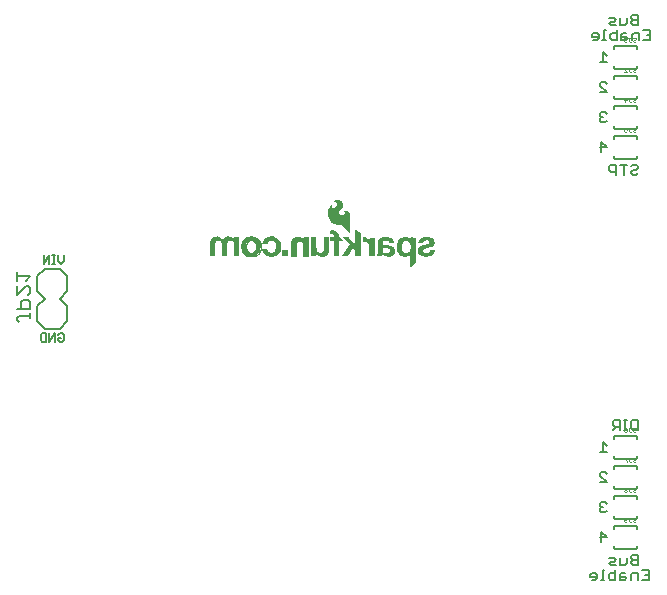
<source format=gbr>
G04 EAGLE Gerber RS-274X export*
G75*
%MOMM*%
%FSLAX34Y34*%
%LPD*%
%INSilkscreen Bottom*%
%IPPOS*%
%AMOC8*
5,1,8,0,0,1.08239X$1,22.5*%
G01*
%ADD10C,0.152400*%
%ADD11C,0.127000*%
%ADD12C,0.025400*%
%ADD13R,0.495300X0.485100*%
%ADD14C,0.203200*%

G36*
X312744Y384347D02*
X312744Y384347D01*
X312786Y384362D01*
X312788Y384367D01*
X312792Y384369D01*
X312821Y384442D01*
X312825Y384453D01*
X312825Y384454D01*
X312825Y399618D01*
X312823Y399623D01*
X312825Y399629D01*
X312755Y400460D01*
X312749Y400471D01*
X312750Y400486D01*
X312510Y401285D01*
X312502Y401295D01*
X312500Y401309D01*
X312099Y402041D01*
X312089Y402049D01*
X312084Y402062D01*
X311614Y402612D01*
X311603Y402617D01*
X311596Y402629D01*
X311026Y403074D01*
X311014Y403077D01*
X311004Y403087D01*
X310356Y403408D01*
X310344Y403409D01*
X310332Y403417D01*
X309633Y403601D01*
X309622Y403600D01*
X309611Y403605D01*
X308671Y403678D01*
X308662Y403675D01*
X308651Y403678D01*
X307711Y403605D01*
X307707Y403603D01*
X307701Y403604D01*
X307218Y403528D01*
X307179Y403503D01*
X307139Y403482D01*
X307138Y403478D01*
X307135Y403476D01*
X307125Y403431D01*
X307113Y403387D01*
X307115Y403383D01*
X307114Y403379D01*
X307139Y403341D01*
X307163Y403302D01*
X307167Y403301D01*
X307169Y403298D01*
X307210Y403289D01*
X307250Y403277D01*
X307408Y403293D01*
X307546Y403265D01*
X307679Y403194D01*
X308503Y402595D01*
X308621Y402481D01*
X308693Y402343D01*
X308786Y401928D01*
X308786Y401500D01*
X308693Y401084D01*
X308487Y400680D01*
X308174Y400352D01*
X307568Y399987D01*
X306890Y399780D01*
X306179Y399745D01*
X305569Y399842D01*
X304983Y400040D01*
X304440Y400333D01*
X304015Y400698D01*
X303700Y401158D01*
X303514Y401683D01*
X303471Y402239D01*
X303573Y402787D01*
X303813Y403290D01*
X304183Y403725D01*
X304381Y403935D01*
X304976Y404566D01*
X305571Y405197D01*
X305636Y405266D01*
X305639Y405276D01*
X305648Y405282D01*
X306835Y407040D01*
X306837Y407053D01*
X306847Y407063D01*
X307127Y407751D01*
X307126Y407766D01*
X307135Y407781D01*
X307234Y408516D01*
X307230Y408531D01*
X307235Y408548D01*
X307148Y409285D01*
X307140Y409298D01*
X307140Y409316D01*
X306873Y410008D01*
X306862Y410019D01*
X306858Y410036D01*
X306427Y410639D01*
X306417Y410646D01*
X306411Y410658D01*
X305715Y411316D01*
X305707Y411319D01*
X305702Y411327D01*
X304925Y411887D01*
X304915Y411890D01*
X304907Y411898D01*
X304127Y412286D01*
X304115Y412287D01*
X304104Y412295D01*
X303264Y412526D01*
X303252Y412525D01*
X303240Y412531D01*
X302372Y412597D01*
X302362Y412593D01*
X302350Y412597D01*
X301450Y412511D01*
X301441Y412507D01*
X301431Y412508D01*
X300553Y412288D01*
X300545Y412282D01*
X300533Y412281D01*
X300305Y412180D01*
X299949Y412028D01*
X299948Y412028D01*
X299444Y411807D01*
X299434Y411796D01*
X299417Y411791D01*
X298982Y411453D01*
X298979Y411446D01*
X298971Y411442D01*
X298946Y411417D01*
X298943Y411416D01*
X298908Y411324D01*
X298949Y411235D01*
X299034Y411202D01*
X299637Y411202D01*
X300148Y411145D01*
X300638Y411006D01*
X301119Y410751D01*
X301514Y410381D01*
X301800Y409921D01*
X301957Y409402D01*
X301969Y409099D01*
X301910Y408799D01*
X301704Y408305D01*
X301421Y407847D01*
X301070Y407437D01*
X300658Y407083D01*
X299756Y406432D01*
X299268Y406183D01*
X298739Y406085D01*
X298200Y406143D01*
X298026Y406208D01*
X297665Y406457D01*
X297391Y406796D01*
X297347Y406899D01*
X297331Y407019D01*
X297331Y407899D01*
X297314Y407940D01*
X297300Y407982D01*
X297295Y407985D01*
X297293Y407990D01*
X297252Y408006D01*
X297212Y408025D01*
X297206Y408023D01*
X297201Y408025D01*
X297174Y408013D01*
X297125Y407997D01*
X295999Y407076D01*
X295993Y407064D01*
X295981Y407057D01*
X295074Y405920D01*
X295071Y405909D01*
X295062Y405901D01*
X294560Y404967D01*
X294559Y404957D01*
X294553Y404949D01*
X294195Y403952D01*
X294195Y403942D01*
X294190Y403933D01*
X293983Y402894D01*
X293985Y402884D01*
X293984Y402882D01*
X293985Y402882D01*
X293981Y402873D01*
X293921Y400945D01*
X293925Y400934D01*
X293922Y400922D01*
X294210Y399015D01*
X294216Y399005D01*
X294216Y398993D01*
X294844Y397169D01*
X294851Y397160D01*
X294853Y397148D01*
X295800Y395467D01*
X295808Y395461D01*
X295811Y395450D01*
X296696Y394343D01*
X296703Y394340D01*
X296705Y394334D01*
X296706Y394334D01*
X296708Y394330D01*
X297739Y393358D01*
X297747Y393355D01*
X297753Y393347D01*
X298910Y392530D01*
X298920Y392528D01*
X298928Y392520D01*
X300158Y391920D01*
X300169Y391919D01*
X300179Y391911D01*
X301498Y391543D01*
X301509Y391545D01*
X301520Y391539D01*
X302884Y391415D01*
X302889Y391417D01*
X302895Y391415D01*
X305170Y391415D01*
X305538Y391350D01*
X305889Y391223D01*
X306879Y390634D01*
X307733Y389852D01*
X312605Y384370D01*
X312609Y384368D01*
X312611Y384363D01*
X312653Y384347D01*
X312694Y384328D01*
X312698Y384330D01*
X312703Y384328D01*
X312744Y384347D01*
G37*
G36*
X364111Y355653D02*
X364111Y355653D01*
X364113Y355652D01*
X364134Y355661D01*
X364194Y355684D01*
X368334Y359418D01*
X368336Y359424D01*
X368342Y359427D01*
X368366Y359487D01*
X368375Y359508D01*
X368374Y359510D01*
X368375Y359512D01*
X368375Y380086D01*
X368360Y380123D01*
X368350Y380162D01*
X368341Y380168D01*
X368337Y380177D01*
X368309Y380188D01*
X368273Y380210D01*
X364387Y380946D01*
X364372Y380943D01*
X364357Y380948D01*
X364325Y380933D01*
X364290Y380925D01*
X364282Y380912D01*
X364269Y380906D01*
X364254Y380867D01*
X364238Y380842D01*
X364241Y380831D01*
X364237Y380820D01*
X364261Y378903D01*
X364127Y379052D01*
X364126Y379053D01*
X364126Y379054D01*
X363237Y380019D01*
X363231Y380021D01*
X363227Y380028D01*
X362884Y380329D01*
X362873Y380333D01*
X362865Y380343D01*
X362471Y380576D01*
X362462Y380577D01*
X362454Y380584D01*
X361133Y381117D01*
X361122Y381117D01*
X361112Y381124D01*
X360630Y381226D01*
X360618Y381223D01*
X360606Y381228D01*
X358625Y381253D01*
X358614Y381249D01*
X358602Y381251D01*
X357517Y381068D01*
X357507Y381061D01*
X357493Y381061D01*
X356468Y380661D01*
X356461Y380653D01*
X356449Y380651D01*
X355547Y380110D01*
X355542Y380104D01*
X355533Y380101D01*
X354709Y379448D01*
X354703Y379438D01*
X354693Y379433D01*
X353901Y378543D01*
X353897Y378530D01*
X353885Y378521D01*
X353306Y377480D01*
X353304Y377468D01*
X353296Y377457D01*
X352622Y375344D01*
X352623Y375333D01*
X352617Y375322D01*
X352334Y373122D01*
X352337Y373111D01*
X352333Y373099D01*
X352451Y370884D01*
X352456Y370874D01*
X352454Y370862D01*
X352777Y369486D01*
X352784Y369477D01*
X352784Y369465D01*
X353340Y368165D01*
X353348Y368157D01*
X353350Y368146D01*
X354122Y366961D01*
X354131Y366955D01*
X354136Y366944D01*
X354793Y366237D01*
X354803Y366233D01*
X354809Y366223D01*
X355577Y365638D01*
X355588Y365636D01*
X355595Y365627D01*
X356451Y365181D01*
X356462Y365180D01*
X356471Y365172D01*
X357390Y364878D01*
X357400Y364879D01*
X357410Y364873D01*
X358622Y364684D01*
X358631Y364686D01*
X358640Y364683D01*
X359867Y364666D01*
X359875Y364669D01*
X359885Y364667D01*
X361102Y364822D01*
X361112Y364827D01*
X361124Y364827D01*
X361968Y365091D01*
X361978Y365099D01*
X361993Y365102D01*
X362762Y365539D01*
X362770Y365549D01*
X362784Y365554D01*
X363444Y366144D01*
X363450Y366156D01*
X363462Y366164D01*
X363982Y366880D01*
X363983Y366882D01*
X363983Y355778D01*
X364001Y355734D01*
X364018Y355691D01*
X364020Y355690D01*
X364021Y355687D01*
X364065Y355670D01*
X364109Y355652D01*
X364111Y355653D01*
G37*
G36*
X198681Y365000D02*
X198681Y365000D01*
X198683Y364999D01*
X198726Y365019D01*
X198770Y365037D01*
X198770Y365039D01*
X198772Y365040D01*
X198805Y365125D01*
X198805Y375404D01*
X198912Y376284D01*
X199224Y377106D01*
X199485Y377490D01*
X199828Y377803D01*
X200234Y378029D01*
X200682Y378157D01*
X201586Y378225D01*
X202489Y378133D01*
X202899Y378007D01*
X203271Y377797D01*
X203286Y377783D01*
X203427Y377657D01*
X203567Y377530D01*
X203589Y377511D01*
X203974Y376983D01*
X204247Y376388D01*
X204396Y375749D01*
X204471Y374646D01*
X204471Y365125D01*
X204472Y365123D01*
X204471Y365121D01*
X204491Y365078D01*
X204509Y365034D01*
X204511Y365034D01*
X204512Y365032D01*
X204597Y364999D01*
X208915Y364999D01*
X208917Y365000D01*
X208919Y364999D01*
X208962Y365019D01*
X209006Y365037D01*
X209006Y365039D01*
X209008Y365040D01*
X209041Y365125D01*
X209041Y375684D01*
X209121Y376347D01*
X209352Y376966D01*
X209722Y377513D01*
X210069Y377831D01*
X210478Y378064D01*
X210928Y378200D01*
X211405Y378232D01*
X212253Y378182D01*
X212693Y378100D01*
X213097Y377922D01*
X213452Y377656D01*
X214271Y376712D01*
X214555Y376174D01*
X214686Y375583D01*
X214656Y374961D01*
X214657Y374958D01*
X214656Y374955D01*
X214656Y365150D01*
X214657Y365148D01*
X214656Y365146D01*
X214676Y365103D01*
X214694Y365059D01*
X214696Y365059D01*
X214697Y365057D01*
X214782Y365024D01*
X219100Y365024D01*
X219102Y365025D01*
X219104Y365024D01*
X219147Y365044D01*
X219191Y365062D01*
X219191Y365064D01*
X219193Y365065D01*
X219226Y365150D01*
X219226Y381203D01*
X219225Y381205D01*
X219226Y381207D01*
X219206Y381250D01*
X219188Y381294D01*
X219186Y381294D01*
X219185Y381296D01*
X219100Y381329D01*
X215113Y381329D01*
X215111Y381328D01*
X215109Y381329D01*
X215066Y381309D01*
X215022Y381291D01*
X215022Y381289D01*
X215020Y381288D01*
X214987Y381203D01*
X214987Y379150D01*
X214956Y379157D01*
X214654Y379553D01*
X214648Y379556D01*
X214645Y379564D01*
X213883Y380351D01*
X213875Y380354D01*
X213871Y380361D01*
X213109Y380973D01*
X213095Y380977D01*
X213083Y380990D01*
X212193Y381394D01*
X212181Y381394D01*
X212170Y381402D01*
X211078Y381656D01*
X211069Y381655D01*
X211061Y381659D01*
X209689Y381786D01*
X209679Y381783D01*
X209668Y381786D01*
X208711Y381717D01*
X208700Y381711D01*
X208686Y381712D01*
X207763Y381452D01*
X207753Y381444D01*
X207740Y381442D01*
X206950Y381039D01*
X206942Y381030D01*
X206929Y381026D01*
X206231Y380480D01*
X206225Y380469D01*
X206213Y380463D01*
X205631Y379794D01*
X205628Y379782D01*
X205617Y379774D01*
X205237Y379116D01*
X205195Y379158D01*
X204740Y379639D01*
X204737Y379640D01*
X204736Y379643D01*
X203948Y380402D01*
X203939Y380405D01*
X203934Y380414D01*
X203045Y381052D01*
X203034Y381054D01*
X203026Y381062D01*
X202221Y381456D01*
X202209Y381456D01*
X202198Y381464D01*
X201333Y381696D01*
X201321Y381694D01*
X201309Y381700D01*
X200415Y381761D01*
X200406Y381758D01*
X200395Y381761D01*
X199116Y381654D01*
X199109Y381650D01*
X199102Y381652D01*
X197842Y381403D01*
X197833Y381397D01*
X197821Y381397D01*
X196955Y381071D01*
X196945Y381061D01*
X196930Y381058D01*
X196156Y380551D01*
X196149Y380539D01*
X196135Y380533D01*
X195489Y379869D01*
X195486Y379859D01*
X195482Y379858D01*
X195481Y379854D01*
X195473Y379848D01*
X194885Y378909D01*
X194883Y378896D01*
X194873Y378886D01*
X194487Y377847D01*
X194488Y377834D01*
X194481Y377822D01*
X194312Y376726D01*
X194315Y376717D01*
X194311Y376707D01*
X194311Y365125D01*
X194312Y365123D01*
X194311Y365121D01*
X194331Y365078D01*
X194349Y365034D01*
X194351Y365034D01*
X194352Y365032D01*
X194437Y364999D01*
X198679Y364999D01*
X198681Y365000D01*
G37*
G36*
X346561Y364669D02*
X346561Y364669D01*
X346572Y364674D01*
X346586Y364672D01*
X347958Y364980D01*
X347969Y364988D01*
X347984Y364989D01*
X349253Y365595D01*
X349262Y365605D01*
X349276Y365609D01*
X349724Y365951D01*
X349730Y365961D01*
X349742Y365967D01*
X350119Y366387D01*
X350123Y366398D01*
X350133Y366406D01*
X350425Y366889D01*
X350427Y366900D01*
X350435Y366910D01*
X350808Y367903D01*
X350808Y367914D01*
X350814Y367925D01*
X351003Y368969D01*
X351000Y368980D01*
X351005Y368992D01*
X351002Y370053D01*
X350999Y370060D01*
X351001Y370063D01*
X350998Y370070D01*
X350999Y370080D01*
X350793Y371021D01*
X350784Y371033D01*
X350783Y371050D01*
X350354Y371912D01*
X350344Y371921D01*
X350339Y371936D01*
X349841Y372545D01*
X349836Y372548D01*
X349834Y372552D01*
X349828Y372554D01*
X349823Y372563D01*
X349213Y373061D01*
X349201Y373064D01*
X349192Y373075D01*
X348496Y373441D01*
X348485Y373442D01*
X348476Y373449D01*
X346991Y373933D01*
X346983Y373932D01*
X346974Y373937D01*
X345437Y374215D01*
X345433Y374214D01*
X345428Y374217D01*
X343222Y374445D01*
X341916Y374671D01*
X341447Y374836D01*
X341019Y375082D01*
X340735Y375343D01*
X340675Y375430D01*
X340633Y375527D01*
X340522Y376048D01*
X340522Y376579D01*
X340633Y377100D01*
X340772Y377414D01*
X340971Y377693D01*
X341224Y377927D01*
X341538Y378120D01*
X341884Y378248D01*
X342253Y378309D01*
X343608Y378359D01*
X344195Y378305D01*
X344756Y378140D01*
X345220Y377885D01*
X345610Y377529D01*
X345905Y377091D01*
X346089Y376596D01*
X346152Y376065D01*
X346152Y376022D01*
X346153Y376020D01*
X346152Y376018D01*
X346172Y375975D01*
X346190Y375931D01*
X346192Y375931D01*
X346193Y375929D01*
X346278Y375896D01*
X350419Y375896D01*
X350420Y375894D01*
X350462Y375884D01*
X350504Y375870D01*
X350510Y375873D01*
X350516Y375872D01*
X350541Y375888D01*
X350586Y375909D01*
X350611Y375934D01*
X350611Y375935D01*
X350627Y375977D01*
X350646Y376026D01*
X350646Y376027D01*
X350626Y376069D01*
X350607Y376112D01*
X350485Y377003D01*
X350479Y377014D01*
X350479Y377029D01*
X350145Y377970D01*
X350136Y377980D01*
X350133Y377994D01*
X349614Y378847D01*
X349603Y378855D01*
X349598Y378868D01*
X348915Y379598D01*
X348903Y379603D01*
X348895Y379615D01*
X348078Y380189D01*
X348066Y380192D01*
X348057Y380201D01*
X346899Y380730D01*
X346889Y380730D01*
X346880Y380737D01*
X345651Y381071D01*
X345642Y381070D01*
X345633Y381074D01*
X343893Y381288D01*
X343885Y381285D01*
X343877Y381288D01*
X342123Y381280D01*
X342116Y381277D01*
X342107Y381279D01*
X340368Y381049D01*
X340360Y381044D01*
X340349Y381045D01*
X338935Y380620D01*
X338926Y380612D01*
X338912Y380611D01*
X337609Y379917D01*
X337600Y379907D01*
X337586Y379902D01*
X337024Y379419D01*
X337017Y379405D01*
X337003Y379396D01*
X336576Y378791D01*
X336573Y378776D01*
X336561Y378764D01*
X336294Y378073D01*
X336295Y378058D01*
X336287Y378043D01*
X336196Y377308D01*
X336198Y377300D01*
X336195Y377292D01*
X336195Y372466D01*
X336196Y372464D01*
X336195Y372462D01*
X336202Y372447D01*
X336170Y372363D01*
X336195Y368025D01*
X336093Y366688D01*
X335744Y365393D01*
X335670Y365194D01*
X335671Y365169D01*
X335662Y365146D01*
X335673Y365122D01*
X335674Y365096D01*
X335693Y365079D01*
X335703Y365057D01*
X335730Y365046D01*
X335748Y365030D01*
X335767Y365032D01*
X335788Y365024D01*
X339822Y365024D01*
X339858Y365021D01*
X339886Y365030D01*
X339926Y365034D01*
X339963Y365053D01*
X339982Y365075D01*
X340014Y365099D01*
X340036Y365135D01*
X340038Y365152D01*
X340050Y365168D01*
X340126Y365448D01*
X340125Y365451D01*
X340127Y365454D01*
X340354Y366483D01*
X340364Y366506D01*
X340370Y366512D01*
X340378Y366514D01*
X340387Y366513D01*
X340411Y366497D01*
X341238Y365794D01*
X341249Y365790D01*
X341258Y365780D01*
X342209Y365240D01*
X342220Y365239D01*
X342230Y365231D01*
X343265Y364878D01*
X343277Y364879D01*
X343287Y364873D01*
X344905Y364632D01*
X344915Y364635D01*
X344926Y364631D01*
X346561Y364669D01*
G37*
G36*
X321694Y364898D02*
X321694Y364898D01*
X321697Y364897D01*
X321780Y364934D01*
X321831Y364985D01*
X321833Y364988D01*
X321835Y364989D01*
X321868Y365074D01*
X321868Y384404D01*
X321860Y384423D01*
X321862Y384443D01*
X321841Y384470D01*
X321830Y384495D01*
X321816Y384500D01*
X321805Y384514D01*
X317665Y386876D01*
X317630Y386880D01*
X317598Y386892D01*
X317583Y386885D01*
X317567Y386887D01*
X317540Y386865D01*
X317509Y386851D01*
X317502Y386835D01*
X317490Y386825D01*
X317488Y386798D01*
X317476Y386766D01*
X317476Y375336D01*
X312001Y380810D01*
X311998Y380812D01*
X311997Y380814D01*
X311912Y380847D01*
X307238Y380847D01*
X307236Y380847D01*
X307235Y380847D01*
X307191Y380827D01*
X307147Y380809D01*
X307147Y380807D01*
X307145Y380806D01*
X307129Y380762D01*
X307112Y380717D01*
X307113Y380715D01*
X307112Y380714D01*
X307150Y380631D01*
X312841Y375065D01*
X306244Y365170D01*
X306237Y365132D01*
X306223Y365095D01*
X306228Y365085D01*
X306226Y365073D01*
X306248Y365042D01*
X306265Y365006D01*
X306276Y365002D01*
X306282Y364993D01*
X306312Y364988D01*
X306350Y364974D01*
X311430Y364999D01*
X311447Y365006D01*
X311465Y365004D01*
X311494Y365026D01*
X311520Y365038D01*
X311525Y365050D01*
X311537Y365060D01*
X315770Y372038D01*
X317425Y370431D01*
X317425Y365023D01*
X317426Y365021D01*
X317425Y365019D01*
X317445Y364976D01*
X317463Y364932D01*
X317465Y364932D01*
X317466Y364930D01*
X317551Y364897D01*
X321691Y364897D01*
X321694Y364898D01*
G37*
G36*
X290126Y364597D02*
X290126Y364597D01*
X290137Y364594D01*
X291170Y364741D01*
X291181Y364747D01*
X291194Y364747D01*
X292180Y365090D01*
X292189Y365098D01*
X292202Y365100D01*
X293104Y365626D01*
X293111Y365636D01*
X293124Y365641D01*
X293378Y365869D01*
X293384Y365880D01*
X293395Y365888D01*
X294056Y366773D01*
X294058Y366784D01*
X294068Y366793D01*
X294556Y367783D01*
X294556Y367795D01*
X294564Y367805D01*
X294864Y368868D01*
X294862Y368879D01*
X294868Y368891D01*
X294969Y369990D01*
X294967Y369996D01*
X294969Y370002D01*
X294969Y380797D01*
X294968Y380799D01*
X294969Y380801D01*
X294949Y380844D01*
X294931Y380888D01*
X294929Y380888D01*
X294928Y380890D01*
X294843Y380923D01*
X290703Y380923D01*
X290701Y380922D01*
X290699Y380923D01*
X290656Y380903D01*
X290612Y380885D01*
X290612Y380883D01*
X290610Y380882D01*
X290577Y380797D01*
X290577Y370800D01*
X290428Y369970D01*
X290085Y369202D01*
X289813Y368840D01*
X289472Y368539D01*
X289077Y368314D01*
X288388Y368091D01*
X287669Y368011D01*
X286948Y368078D01*
X286257Y368290D01*
X285747Y368578D01*
X285316Y368975D01*
X284989Y369460D01*
X284780Y370010D01*
X284555Y371214D01*
X284479Y372444D01*
X284479Y380746D01*
X284478Y380748D01*
X284479Y380750D01*
X284459Y380793D01*
X284441Y380837D01*
X284439Y380837D01*
X284438Y380839D01*
X284353Y380872D01*
X280137Y380872D01*
X280135Y380871D01*
X280133Y380872D01*
X280090Y380852D01*
X280046Y380834D01*
X280046Y380832D01*
X280044Y380831D01*
X280011Y380746D01*
X280011Y365125D01*
X280012Y365123D01*
X280011Y365121D01*
X280031Y365078D01*
X280049Y365034D01*
X280051Y365034D01*
X280052Y365032D01*
X280137Y364999D01*
X284150Y364999D01*
X284152Y365000D01*
X284154Y364999D01*
X284197Y365019D01*
X284241Y365037D01*
X284241Y365039D01*
X284243Y365040D01*
X284276Y365125D01*
X284276Y367182D01*
X284783Y366541D01*
X284791Y366537D01*
X284795Y366528D01*
X285622Y365743D01*
X285631Y365740D01*
X285636Y365732D01*
X286566Y365073D01*
X286575Y365071D01*
X286583Y365063D01*
X286828Y364941D01*
X286839Y364940D01*
X286848Y364933D01*
X287110Y364852D01*
X287119Y364853D01*
X287128Y364848D01*
X288606Y364625D01*
X288614Y364627D01*
X288622Y364623D01*
X290116Y364593D01*
X290126Y364597D01*
G37*
G36*
X277649Y364924D02*
X277649Y364924D01*
X277651Y364923D01*
X277694Y364943D01*
X277738Y364961D01*
X277738Y364963D01*
X277740Y364964D01*
X277773Y365049D01*
X277773Y380771D01*
X277772Y380773D01*
X277773Y380775D01*
X277753Y380818D01*
X277735Y380862D01*
X277733Y380862D01*
X277732Y380864D01*
X277647Y380897D01*
X273609Y380897D01*
X273607Y380896D01*
X273605Y380897D01*
X273562Y380877D01*
X273518Y380859D01*
X273518Y380857D01*
X273516Y380856D01*
X273483Y380771D01*
X273483Y378703D01*
X273441Y378732D01*
X273327Y378868D01*
X273050Y379246D01*
X273046Y379248D01*
X273044Y379253D01*
X272642Y379726D01*
X272635Y379730D01*
X272631Y379738D01*
X272436Y379914D01*
X272296Y380040D01*
X272170Y380154D01*
X272160Y380157D01*
X272152Y380167D01*
X271254Y380734D01*
X271241Y380737D01*
X271230Y380746D01*
X270234Y381115D01*
X270221Y381115D01*
X270208Y381122D01*
X269156Y381277D01*
X269146Y381274D01*
X269135Y381278D01*
X267129Y381228D01*
X267119Y381224D01*
X267106Y381226D01*
X266129Y381020D01*
X266117Y381012D01*
X266101Y381011D01*
X265196Y380589D01*
X265187Y380578D01*
X265172Y380574D01*
X264387Y379956D01*
X264381Y379945D01*
X264369Y379939D01*
X263880Y379364D01*
X263877Y379353D01*
X263867Y379346D01*
X263483Y378697D01*
X263481Y378686D01*
X263473Y378677D01*
X263204Y377972D01*
X263204Y377963D01*
X263199Y377954D01*
X262959Y376847D01*
X262961Y376838D01*
X262957Y376830D01*
X262866Y375701D01*
X262868Y375696D01*
X262866Y375691D01*
X262866Y365150D01*
X262867Y365148D01*
X262866Y365146D01*
X262886Y365103D01*
X262904Y365059D01*
X262906Y365059D01*
X262907Y365057D01*
X262992Y365024D01*
X267081Y365024D01*
X267083Y365025D01*
X267085Y365024D01*
X267128Y365044D01*
X267172Y365062D01*
X267172Y365064D01*
X267174Y365065D01*
X267207Y365150D01*
X267207Y374796D01*
X267272Y375514D01*
X267463Y376202D01*
X267773Y376844D01*
X268069Y377231D01*
X268443Y377540D01*
X268878Y377757D01*
X269178Y377834D01*
X269494Y377851D01*
X270599Y377801D01*
X271155Y377714D01*
X271671Y377510D01*
X272128Y377196D01*
X272645Y376627D01*
X273008Y375948D01*
X273225Y375198D01*
X273305Y374415D01*
X273305Y365049D01*
X273306Y365047D01*
X273305Y365045D01*
X273325Y365002D01*
X273343Y364958D01*
X273345Y364958D01*
X273346Y364956D01*
X273431Y364923D01*
X277647Y364923D01*
X277649Y364924D01*
G37*
G36*
X229363Y364852D02*
X229363Y364852D01*
X229379Y364848D01*
X232376Y365254D01*
X232397Y365266D01*
X232426Y365272D01*
X235271Y367050D01*
X235285Y367071D01*
X235310Y367089D01*
X236910Y369578D01*
X236914Y369601D01*
X236929Y369626D01*
X237539Y373512D01*
X237533Y373534D01*
X237537Y373560D01*
X236724Y377116D01*
X236709Y377137D01*
X236700Y377166D01*
X234566Y379884D01*
X234544Y379896D01*
X234523Y379919D01*
X231145Y381596D01*
X231125Y381597D01*
X231104Y381608D01*
X229631Y381785D01*
X229624Y381783D01*
X229616Y381786D01*
X229565Y381786D01*
X229545Y381778D01*
X229519Y381777D01*
X229392Y381727D01*
X229371Y381707D01*
X229345Y381695D01*
X229336Y381673D01*
X229321Y381659D01*
X229322Y381635D01*
X229312Y381610D01*
X229312Y378689D01*
X229329Y378649D01*
X229341Y378608D01*
X229348Y378604D01*
X229350Y378598D01*
X229378Y378587D01*
X229421Y378564D01*
X230516Y378414D01*
X231664Y377779D01*
X232452Y376695D01*
X232848Y375806D01*
X233122Y374332D01*
X233173Y372473D01*
X232998Y371225D01*
X232623Y370076D01*
X232085Y369049D01*
X230437Y368041D01*
X228689Y367819D01*
X226938Y368411D01*
X226868Y368475D01*
X226590Y368728D01*
X226312Y368980D01*
X226173Y369106D01*
X225896Y369359D01*
X225895Y369359D01*
X225859Y369392D01*
X225316Y370602D01*
X224941Y372150D01*
X224941Y373575D01*
X225192Y375504D01*
X225936Y377116D01*
X226770Y377925D01*
X227723Y378438D01*
X228910Y378537D01*
X229006Y378537D01*
X229009Y378538D01*
X229012Y378537D01*
X229054Y378557D01*
X229097Y378575D01*
X229098Y378578D01*
X229101Y378580D01*
X229132Y378665D01*
X229106Y380253D01*
X229103Y380379D01*
X229103Y380380D01*
X229101Y380506D01*
X229099Y380632D01*
X229097Y380758D01*
X229095Y380884D01*
X229095Y380885D01*
X229093Y381011D01*
X229091Y381137D01*
X229089Y381263D01*
X229086Y381389D01*
X229086Y381390D01*
X229084Y381516D01*
X229082Y381637D01*
X229078Y381646D01*
X229081Y381655D01*
X229059Y381690D01*
X229042Y381727D01*
X229034Y381730D01*
X229029Y381738D01*
X228977Y381751D01*
X228950Y381761D01*
X228945Y381759D01*
X228940Y381760D01*
X226933Y381506D01*
X226922Y381500D01*
X226908Y381500D01*
X225282Y380941D01*
X225270Y380930D01*
X225251Y380926D01*
X223270Y379555D01*
X223262Y379542D01*
X223246Y379533D01*
X222154Y378263D01*
X222149Y378247D01*
X222135Y378232D01*
X221094Y375895D01*
X221093Y375878D01*
X221084Y375860D01*
X220804Y373675D01*
X220808Y373660D01*
X220804Y373644D01*
X221058Y371536D01*
X221062Y371528D01*
X221061Y371517D01*
X221747Y369053D01*
X221758Y369039D01*
X221762Y369020D01*
X222575Y367725D01*
X222587Y367716D01*
X222595Y367701D01*
X223789Y366558D01*
X223798Y366554D01*
X223803Y366546D01*
X224920Y365759D01*
X224937Y365755D01*
X224952Y365743D01*
X226806Y365108D01*
X226820Y365109D01*
X226834Y365101D01*
X229349Y364847D01*
X229363Y364852D01*
G37*
G36*
X377344Y364645D02*
X377344Y364645D01*
X377351Y364643D01*
X379917Y364821D01*
X379926Y364826D01*
X379936Y364824D01*
X380857Y365036D01*
X380868Y365044D01*
X380882Y365045D01*
X381739Y365442D01*
X381745Y365449D01*
X381754Y365451D01*
X382948Y366213D01*
X382953Y366219D01*
X382961Y366222D01*
X383476Y366653D01*
X383481Y366664D01*
X383493Y366670D01*
X383913Y367194D01*
X383917Y367205D01*
X383927Y367214D01*
X384236Y367810D01*
X384237Y367819D01*
X384244Y367827D01*
X384676Y369097D01*
X384675Y369107D01*
X384680Y369116D01*
X384782Y369700D01*
X384781Y369707D01*
X384784Y369713D01*
X384809Y370069D01*
X384808Y370073D01*
X384809Y370076D01*
X384808Y370078D01*
X384809Y370082D01*
X384797Y370108D01*
X384794Y370138D01*
X384793Y370139D01*
X384793Y370140D01*
X384782Y370149D01*
X384777Y370162D01*
X384771Y370165D01*
X384768Y370171D01*
X384738Y370183D01*
X384718Y370199D01*
X384716Y370199D01*
X384715Y370200D01*
X384700Y370199D01*
X384688Y370204D01*
X384686Y370203D01*
X384683Y370204D01*
X380822Y370204D01*
X380820Y370203D01*
X380818Y370204D01*
X380775Y370184D01*
X380731Y370166D01*
X380731Y370164D01*
X380729Y370163D01*
X380696Y370078D01*
X380696Y370031D01*
X380667Y369534D01*
X380521Y369072D01*
X380265Y368658D01*
X380161Y368553D01*
X380035Y368427D01*
X379823Y368215D01*
X379296Y367878D01*
X378709Y367661D01*
X378147Y367588D01*
X376817Y367588D01*
X376214Y367662D01*
X375647Y367859D01*
X375134Y368171D01*
X374847Y368455D01*
X374638Y368800D01*
X374521Y369185D01*
X374504Y369589D01*
X374589Y369984D01*
X374770Y370346D01*
X375035Y370650D01*
X375371Y370881D01*
X376478Y371351D01*
X377652Y371657D01*
X381283Y372520D01*
X381290Y372525D01*
X381299Y372525D01*
X382107Y372831D01*
X382114Y372837D01*
X382124Y372839D01*
X382875Y373266D01*
X382881Y373273D01*
X382891Y373277D01*
X383568Y373814D01*
X383573Y373824D01*
X383584Y373830D01*
X383921Y374215D01*
X383925Y374228D01*
X383936Y374237D01*
X384185Y374684D01*
X384186Y374697D01*
X384195Y374708D01*
X384347Y375197D01*
X384345Y375209D01*
X384352Y375222D01*
X384457Y376358D01*
X384454Y376371D01*
X384457Y376384D01*
X384328Y377518D01*
X384322Y377529D01*
X384323Y377543D01*
X383965Y378627D01*
X383957Y378636D01*
X383955Y378650D01*
X383656Y379172D01*
X383646Y379179D01*
X383641Y379192D01*
X383247Y379647D01*
X383236Y379652D01*
X383229Y379664D01*
X382753Y380033D01*
X382742Y380036D01*
X382733Y380045D01*
X381452Y380699D01*
X381441Y380700D01*
X381431Y380707D01*
X380053Y381118D01*
X380042Y381117D01*
X380030Y381123D01*
X378601Y381278D01*
X378594Y381276D01*
X378587Y381278D01*
X376784Y381278D01*
X376778Y381276D01*
X376771Y381278D01*
X375378Y381138D01*
X375369Y381133D01*
X375358Y381134D01*
X374007Y380766D01*
X373998Y380759D01*
X373984Y380757D01*
X372887Y380219D01*
X372878Y380209D01*
X372864Y380205D01*
X371905Y379448D01*
X371899Y379438D01*
X371888Y379433D01*
X371540Y379037D01*
X371538Y379032D01*
X371537Y379032D01*
X371536Y379028D01*
X371528Y379022D01*
X371242Y378580D01*
X371240Y378570D01*
X371233Y378563D01*
X370877Y377775D01*
X370877Y377770D01*
X370873Y377766D01*
X370670Y377208D01*
X370672Y377184D01*
X370667Y377172D01*
X370670Y377165D01*
X370665Y377140D01*
X370674Y377126D01*
X370665Y377114D01*
X370667Y377108D01*
X370663Y377101D01*
X370587Y376390D01*
X370589Y376384D01*
X370588Y376380D01*
X370589Y376378D01*
X370587Y376373D01*
X370604Y376336D01*
X370616Y376296D01*
X370624Y376292D01*
X370628Y376284D01*
X370678Y376264D01*
X370704Y376251D01*
X370708Y376253D01*
X370713Y376251D01*
X374599Y376251D01*
X374643Y376269D01*
X374687Y376287D01*
X374688Y376288D01*
X374690Y376289D01*
X374697Y376308D01*
X374725Y376369D01*
X374741Y376629D01*
X374796Y376872D01*
X374946Y377224D01*
X375164Y377537D01*
X375440Y377801D01*
X375862Y378072D01*
X376329Y378261D01*
X376825Y378359D01*
X377673Y378403D01*
X378521Y378359D01*
X378970Y378274D01*
X379394Y378117D01*
X379695Y377922D01*
X379928Y377654D01*
X380083Y377312D01*
X380131Y376940D01*
X380066Y376571D01*
X379882Y376210D01*
X379647Y375967D01*
X379599Y375917D01*
X378924Y375501D01*
X378172Y375229D01*
X376149Y374825D01*
X376148Y374824D01*
X376147Y374824D01*
X374424Y374443D01*
X374417Y374438D01*
X374408Y374438D01*
X372752Y373828D01*
X372746Y373822D01*
X372736Y373821D01*
X371980Y373416D01*
X371974Y373409D01*
X371965Y373406D01*
X371273Y372898D01*
X371268Y372888D01*
X371256Y372883D01*
X370924Y372533D01*
X370919Y372521D01*
X370908Y372512D01*
X370656Y372100D01*
X370654Y372086D01*
X370644Y372074D01*
X370307Y371071D01*
X370308Y371056D01*
X370300Y371042D01*
X370206Y369987D01*
X370209Y369978D01*
X370206Y369967D01*
X370282Y368926D01*
X370286Y368918D01*
X370285Y368908D01*
X370428Y368244D01*
X370434Y368234D01*
X370435Y368221D01*
X370701Y367596D01*
X370709Y367587D01*
X370712Y367575D01*
X371091Y367011D01*
X371101Y367004D01*
X371106Y366993D01*
X371832Y366250D01*
X371842Y366246D01*
X371848Y366235D01*
X372692Y365629D01*
X372702Y365627D01*
X372711Y365618D01*
X373646Y365167D01*
X373657Y365166D01*
X373667Y365159D01*
X374667Y364877D01*
X374675Y364878D01*
X374684Y364873D01*
X375998Y364691D01*
X376005Y364693D01*
X376011Y364690D01*
X377338Y364643D01*
X377344Y364645D01*
G37*
G36*
X247542Y364742D02*
X247542Y364742D01*
X247549Y364745D01*
X247557Y364744D01*
X249120Y365026D01*
X249128Y365031D01*
X249138Y365030D01*
X250208Y365385D01*
X250216Y365391D01*
X250227Y365393D01*
X251224Y365919D01*
X251231Y365927D01*
X251242Y365931D01*
X252138Y366615D01*
X252143Y366624D01*
X252154Y366629D01*
X252924Y367452D01*
X252926Y367458D01*
X252928Y367459D01*
X252930Y367463D01*
X252937Y367468D01*
X253619Y368484D01*
X253621Y368494D01*
X253629Y368502D01*
X254143Y369613D01*
X254144Y369622D01*
X254150Y369631D01*
X254484Y370809D01*
X254483Y370819D01*
X254488Y370828D01*
X254633Y372044D01*
X254631Y372053D01*
X254634Y372063D01*
X254633Y372095D01*
X254633Y372096D01*
X254625Y372348D01*
X254626Y372348D01*
X254625Y372348D01*
X254622Y372474D01*
X254614Y372727D01*
X254610Y372853D01*
X254602Y373105D01*
X254602Y373106D01*
X254599Y373232D01*
X254595Y373358D01*
X254591Y373484D01*
X254583Y373737D01*
X254579Y373863D01*
X254572Y374115D01*
X254572Y374116D01*
X254568Y374242D01*
X254560Y374494D01*
X254558Y374552D01*
X254554Y374561D01*
X254556Y374573D01*
X254258Y376063D01*
X254251Y376073D01*
X254251Y376086D01*
X253674Y377492D01*
X253666Y377500D01*
X253663Y377513D01*
X252829Y378784D01*
X252819Y378790D01*
X252814Y378802D01*
X251753Y379890D01*
X251742Y379895D01*
X251734Y379906D01*
X250485Y380771D01*
X250473Y380774D01*
X250464Y380783D01*
X249073Y381395D01*
X249061Y381395D01*
X249049Y381402D01*
X247543Y381735D01*
X247531Y381732D01*
X247518Y381738D01*
X245976Y381761D01*
X245967Y381758D01*
X245958Y381760D01*
X244523Y381571D01*
X244518Y381568D01*
X244512Y381569D01*
X243101Y381250D01*
X243093Y381245D01*
X243083Y381244D01*
X241926Y380787D01*
X241916Y380777D01*
X241902Y380774D01*
X240871Y380077D01*
X240864Y380066D01*
X240850Y380059D01*
X239995Y379156D01*
X239990Y379144D01*
X239978Y379135D01*
X239338Y378068D01*
X239336Y378056D01*
X239328Y378047D01*
X238903Y376892D01*
X238903Y376882D01*
X238898Y376873D01*
X238661Y375665D01*
X238664Y375651D01*
X238659Y375637D01*
X238674Y375604D01*
X238681Y375569D01*
X238694Y375561D01*
X238700Y375548D01*
X238739Y375532D01*
X238765Y375516D01*
X238775Y375519D01*
X238785Y375515D01*
X242976Y375515D01*
X242978Y375516D01*
X242980Y375515D01*
X243023Y375535D01*
X243067Y375553D01*
X243067Y375555D01*
X243069Y375556D01*
X243102Y375641D01*
X243102Y375659D01*
X243169Y376238D01*
X243362Y376780D01*
X243673Y377265D01*
X244086Y377666D01*
X244579Y377964D01*
X245371Y378225D01*
X246203Y378308D01*
X247043Y378242D01*
X247864Y378061D01*
X248278Y377875D01*
X248625Y377585D01*
X249312Y376674D01*
X249817Y375649D01*
X250122Y374546D01*
X250215Y373405D01*
X250086Y371845D01*
X249740Y370321D01*
X249425Y369604D01*
X248950Y368985D01*
X248342Y368496D01*
X247634Y368166D01*
X246855Y367985D01*
X246055Y367944D01*
X245464Y368017D01*
X244895Y368190D01*
X244365Y368458D01*
X243922Y368803D01*
X243564Y369235D01*
X243243Y369825D01*
X243028Y370462D01*
X242924Y371138D01*
X242902Y371174D01*
X242884Y371212D01*
X242876Y371215D01*
X242872Y371222D01*
X242842Y371228D01*
X242799Y371245D01*
X238735Y371245D01*
X238733Y371244D01*
X238731Y371245D01*
X238688Y371225D01*
X238644Y371207D01*
X238644Y371205D01*
X238642Y371204D01*
X238609Y371119D01*
X238609Y371069D01*
X238610Y371065D01*
X238609Y371061D01*
X238641Y370586D01*
X238645Y370579D01*
X238643Y370569D01*
X238738Y370104D01*
X238744Y370095D01*
X238744Y370083D01*
X239286Y368692D01*
X239295Y368683D01*
X239298Y368669D01*
X240113Y367418D01*
X240124Y367411D01*
X240129Y367398D01*
X241182Y366340D01*
X241194Y366335D01*
X241203Y366323D01*
X242450Y365503D01*
X242461Y365500D01*
X242470Y365492D01*
X243563Y365030D01*
X243573Y365030D01*
X243582Y365024D01*
X244735Y364742D01*
X244745Y364743D01*
X244755Y364739D01*
X245938Y364643D01*
X245946Y364646D01*
X245956Y364643D01*
X247542Y364742D01*
G37*
G36*
X303481Y364924D02*
X303481Y364924D01*
X303483Y364923D01*
X303526Y364943D01*
X303570Y364961D01*
X303570Y364963D01*
X303572Y364964D01*
X303605Y365049D01*
X303605Y377929D01*
X307468Y377953D01*
X307469Y377953D01*
X307514Y377973D01*
X307558Y377992D01*
X307559Y377993D01*
X307576Y378038D01*
X307593Y378084D01*
X307593Y378085D01*
X307556Y378168D01*
X304889Y380835D01*
X304886Y380837D01*
X304885Y380839D01*
X304800Y380872D01*
X303554Y380872D01*
X303554Y381203D01*
X303552Y381208D01*
X303554Y381213D01*
X303377Y383347D01*
X303372Y383357D01*
X303372Y383358D01*
X303372Y383359D01*
X303372Y383360D01*
X303373Y383369D01*
X303225Y383936D01*
X303218Y383945D01*
X303217Y383957D01*
X302969Y384488D01*
X302960Y384496D01*
X302957Y384508D01*
X302617Y384985D01*
X302607Y384991D01*
X302601Y385003D01*
X301858Y385713D01*
X301848Y385717D01*
X301846Y385721D01*
X301843Y385722D01*
X301839Y385728D01*
X300971Y386278D01*
X300959Y386280D01*
X300949Y386289D01*
X299991Y386658D01*
X299978Y386658D01*
X299967Y386665D01*
X298954Y386839D01*
X298944Y386837D01*
X298933Y386841D01*
X297383Y386841D01*
X297380Y386840D01*
X297376Y386841D01*
X296059Y386765D01*
X296037Y386765D01*
X296035Y386764D01*
X296033Y386765D01*
X295990Y386745D01*
X295946Y386727D01*
X295946Y386725D01*
X295944Y386724D01*
X295911Y386639D01*
X295911Y383616D01*
X295912Y383614D01*
X295911Y383612D01*
X295931Y383569D01*
X295949Y383525D01*
X295951Y383525D01*
X295952Y383523D01*
X296037Y383490D01*
X296113Y383490D01*
X296118Y383492D01*
X296125Y383490D01*
X296405Y383516D01*
X297320Y383601D01*
X298220Y383518D01*
X298502Y383421D01*
X298742Y383251D01*
X298924Y383019D01*
X299099Y382596D01*
X299162Y382134D01*
X299162Y380872D01*
X296316Y380872D01*
X296314Y380871D01*
X296312Y380872D01*
X296269Y380852D01*
X296225Y380834D01*
X296225Y380832D01*
X296223Y380831D01*
X296190Y380746D01*
X296190Y378079D01*
X296191Y378077D01*
X296190Y378075D01*
X296210Y378032D01*
X296228Y377988D01*
X296230Y377988D01*
X296231Y377986D01*
X296316Y377953D01*
X299188Y377953D01*
X299188Y365049D01*
X299189Y365047D01*
X299188Y365045D01*
X299208Y365002D01*
X299226Y364958D01*
X299228Y364958D01*
X299229Y364956D01*
X299314Y364923D01*
X303479Y364923D01*
X303481Y364924D01*
G37*
G36*
X333606Y365025D02*
X333606Y365025D01*
X333608Y365024D01*
X333651Y365044D01*
X333695Y365062D01*
X333696Y365064D01*
X333698Y365065D01*
X333730Y365150D01*
X333704Y380035D01*
X333688Y380073D01*
X333678Y380112D01*
X333669Y380117D01*
X333666Y380126D01*
X333637Y380137D01*
X333600Y380159D01*
X329739Y380845D01*
X329726Y380842D01*
X329713Y380847D01*
X329679Y380832D01*
X329643Y380823D01*
X329636Y380812D01*
X329624Y380806D01*
X329608Y380765D01*
X329592Y380739D01*
X329594Y380730D01*
X329591Y380721D01*
X329591Y377941D01*
X329544Y377956D01*
X329365Y378224D01*
X328679Y379266D01*
X328674Y379270D01*
X328671Y379277D01*
X328355Y379660D01*
X328342Y379667D01*
X328334Y379680D01*
X327940Y379982D01*
X327935Y379983D01*
X327932Y379987D01*
X327043Y380572D01*
X327040Y380573D01*
X327037Y380576D01*
X326426Y380929D01*
X326414Y380931D01*
X326403Y380940D01*
X325733Y381163D01*
X325721Y381162D01*
X325709Y381168D01*
X325008Y381252D01*
X324998Y381249D01*
X324986Y381253D01*
X323614Y381177D01*
X323571Y381156D01*
X323528Y381136D01*
X323527Y381134D01*
X323526Y381134D01*
X323520Y381116D01*
X323495Y381051D01*
X323495Y377190D01*
X323496Y377188D01*
X323495Y377186D01*
X323515Y377143D01*
X323533Y377099D01*
X323535Y377099D01*
X323536Y377097D01*
X323621Y377064D01*
X323647Y377064D01*
X323656Y377068D01*
X323668Y377065D01*
X323820Y377090D01*
X323822Y377092D01*
X323825Y377091D01*
X324422Y377216D01*
X325947Y377216D01*
X326489Y377124D01*
X327007Y376943D01*
X327486Y376679D01*
X328153Y376119D01*
X328678Y375427D01*
X329039Y374634D01*
X329239Y373815D01*
X329312Y372969D01*
X329312Y365150D01*
X329313Y365148D01*
X329312Y365146D01*
X329332Y365103D01*
X329350Y365059D01*
X329352Y365059D01*
X329353Y365057D01*
X329438Y365024D01*
X333604Y365024D01*
X333606Y365025D01*
G37*
%LPC*%
G36*
X359144Y368091D02*
X359144Y368091D01*
X358405Y368429D01*
X357779Y368945D01*
X357307Y369603D01*
X357018Y370364D01*
X356714Y372311D01*
X356717Y374282D01*
X356908Y375252D01*
X357311Y376151D01*
X357908Y376937D01*
X358667Y377567D01*
X359167Y377827D01*
X359709Y377983D01*
X360276Y378029D01*
X361351Y377978D01*
X361723Y377904D01*
X362061Y377742D01*
X362774Y377186D01*
X363371Y376506D01*
X363784Y375799D01*
X364051Y375025D01*
X364161Y374210D01*
X364135Y371664D01*
X364011Y370895D01*
X363786Y370220D01*
X363787Y370208D01*
X363781Y370196D01*
X363776Y370159D01*
X363784Y370132D01*
X363784Y370121D01*
X363756Y370108D01*
X363712Y370088D01*
X363712Y370087D01*
X363711Y370087D01*
X363678Y370002D01*
X363678Y369964D01*
X363666Y369905D01*
X363624Y369845D01*
X363624Y369844D01*
X363623Y369843D01*
X363572Y369767D01*
X363571Y369761D01*
X363566Y369756D01*
X363266Y369192D01*
X362854Y368723D01*
X362345Y368360D01*
X361668Y368070D01*
X360946Y367918D01*
X360035Y367912D01*
X359144Y368091D01*
G37*
%LPD*%
%LPC*%
G36*
X342449Y367712D02*
X342449Y367712D01*
X342127Y367834D01*
X341836Y368019D01*
X341092Y368738D01*
X340942Y368957D01*
X340835Y369206D01*
X340788Y369371D01*
X340581Y370441D01*
X340511Y371530D01*
X340511Y372364D01*
X340510Y372366D01*
X340511Y372368D01*
X340491Y372411D01*
X340491Y372413D01*
X340511Y372466D01*
X340511Y372758D01*
X340653Y372631D01*
X340668Y372626D01*
X340679Y372613D01*
X340886Y372506D01*
X340898Y372505D01*
X340908Y372497D01*
X341872Y372209D01*
X341880Y372210D01*
X341887Y372206D01*
X342879Y372037D01*
X342883Y372038D01*
X342887Y372035D01*
X344330Y371883D01*
X344880Y371778D01*
X345398Y371581D01*
X345872Y371297D01*
X346140Y371053D01*
X346344Y370755D01*
X346564Y370213D01*
X346671Y369638D01*
X346660Y369053D01*
X346589Y368745D01*
X346454Y368460D01*
X346263Y368210D01*
X345901Y367913D01*
X345480Y367710D01*
X345019Y367613D01*
X343491Y367563D01*
X342449Y367712D01*
G37*
%LPD*%
D10*
X530098Y204644D02*
X527217Y207525D01*
X527217Y198882D01*
X530098Y198882D02*
X524336Y198882D01*
X524336Y173482D02*
X530098Y173482D01*
X524336Y179244D01*
X524336Y180685D01*
X525776Y182125D01*
X528657Y182125D01*
X530098Y180685D01*
X525776Y131325D02*
X525776Y122682D01*
X530098Y127004D02*
X525776Y131325D01*
X524336Y127004D02*
X530098Y127004D01*
X530098Y155285D02*
X528657Y156725D01*
X525776Y156725D01*
X524336Y155285D01*
X524336Y153844D01*
X525776Y152404D01*
X527217Y152404D01*
X525776Y152404D02*
X524336Y150963D01*
X524336Y149523D01*
X525776Y148082D01*
X528657Y148082D01*
X530098Y149523D01*
X530098Y534844D02*
X527217Y537725D01*
X527217Y529082D01*
X530098Y529082D02*
X524336Y529082D01*
X524336Y503682D02*
X530098Y503682D01*
X524336Y509444D01*
X524336Y510885D01*
X525776Y512325D01*
X528657Y512325D01*
X530098Y510885D01*
X528657Y486925D02*
X530098Y485485D01*
X528657Y486925D02*
X525776Y486925D01*
X524336Y485485D01*
X524336Y484044D01*
X525776Y482604D01*
X527217Y482604D01*
X525776Y482604D02*
X524336Y481163D01*
X524336Y479723D01*
X525776Y478282D01*
X528657Y478282D01*
X530098Y479723D01*
X525776Y461525D02*
X525776Y452882D01*
X530098Y457204D02*
X525776Y461525D01*
X524336Y457204D02*
X530098Y457204D01*
X551006Y441035D02*
X552446Y442475D01*
X555327Y442475D01*
X556768Y441035D01*
X556768Y439594D01*
X555327Y438154D01*
X552446Y438154D01*
X551006Y436713D01*
X551006Y435273D01*
X552446Y433832D01*
X555327Y433832D01*
X556768Y435273D01*
X544532Y433832D02*
X544532Y442475D01*
X547413Y442475D02*
X541651Y442475D01*
X538058Y442475D02*
X538058Y433832D01*
X538058Y442475D02*
X533736Y442475D01*
X532295Y441035D01*
X532295Y438154D01*
X533736Y436713D01*
X538058Y436713D01*
X556768Y226575D02*
X556768Y217932D01*
X552446Y217932D01*
X551006Y219373D01*
X551006Y225135D01*
X552446Y226575D01*
X556768Y226575D01*
X547413Y217932D02*
X544532Y217932D01*
X545972Y217932D02*
X545972Y226575D01*
X544532Y226575D02*
X547413Y226575D01*
X541176Y226575D02*
X541176Y217932D01*
X541176Y226575D02*
X536854Y226575D01*
X535414Y225135D01*
X535414Y222254D01*
X536854Y220813D01*
X541176Y220813D01*
X538295Y220813D02*
X535414Y217932D01*
X556768Y560832D02*
X556768Y569475D01*
X552446Y569475D01*
X551006Y568035D01*
X551006Y566594D01*
X552446Y565154D01*
X551006Y563713D01*
X551006Y562273D01*
X552446Y560832D01*
X556768Y560832D01*
X556768Y565154D02*
X552446Y565154D01*
X547413Y566594D02*
X547413Y562273D01*
X545972Y560832D01*
X541651Y560832D01*
X541651Y566594D01*
X538058Y560832D02*
X533736Y560832D01*
X532295Y562273D01*
X533736Y563713D01*
X536617Y563713D01*
X538058Y565154D01*
X536617Y566594D01*
X532295Y566594D01*
X561166Y556775D02*
X566928Y556775D01*
X566928Y548132D01*
X561166Y548132D01*
X564047Y552454D02*
X566928Y552454D01*
X557573Y553894D02*
X557573Y548132D01*
X557573Y553894D02*
X553251Y553894D01*
X551811Y552454D01*
X551811Y548132D01*
X546777Y553894D02*
X543896Y553894D01*
X542455Y552454D01*
X542455Y548132D01*
X546777Y548132D01*
X548218Y549573D01*
X546777Y551013D01*
X542455Y551013D01*
X538862Y548132D02*
X538862Y556775D01*
X538862Y548132D02*
X534541Y548132D01*
X533100Y549573D01*
X533100Y552454D01*
X534541Y553894D01*
X538862Y553894D01*
X529507Y556775D02*
X528067Y556775D01*
X528067Y548132D01*
X529507Y548132D02*
X526626Y548132D01*
X521830Y548132D02*
X518949Y548132D01*
X521830Y548132D02*
X523270Y549573D01*
X523270Y552454D01*
X521830Y553894D01*
X518949Y553894D01*
X517508Y552454D01*
X517508Y551013D01*
X523270Y551013D01*
X556768Y112275D02*
X556768Y103632D01*
X556768Y112275D02*
X552446Y112275D01*
X551006Y110835D01*
X551006Y109394D01*
X552446Y107954D01*
X551006Y106513D01*
X551006Y105073D01*
X552446Y103632D01*
X556768Y103632D01*
X556768Y107954D02*
X552446Y107954D01*
X547413Y109394D02*
X547413Y105073D01*
X545972Y103632D01*
X541651Y103632D01*
X541651Y109394D01*
X538058Y103632D02*
X533736Y103632D01*
X532295Y105073D01*
X533736Y106513D01*
X536617Y106513D01*
X538058Y107954D01*
X536617Y109394D01*
X532295Y109394D01*
X559896Y99575D02*
X565658Y99575D01*
X565658Y90932D01*
X559896Y90932D01*
X562777Y95254D02*
X565658Y95254D01*
X556303Y96694D02*
X556303Y90932D01*
X556303Y96694D02*
X551981Y96694D01*
X550541Y95254D01*
X550541Y90932D01*
X545507Y96694D02*
X542626Y96694D01*
X541185Y95254D01*
X541185Y90932D01*
X545507Y90932D01*
X546948Y92373D01*
X545507Y93813D01*
X541185Y93813D01*
X537592Y90932D02*
X537592Y99575D01*
X537592Y90932D02*
X533271Y90932D01*
X531830Y92373D01*
X531830Y95254D01*
X533271Y96694D01*
X537592Y96694D01*
X528237Y99575D02*
X526797Y99575D01*
X526797Y90932D01*
X528237Y90932D02*
X525356Y90932D01*
X520560Y90932D02*
X517679Y90932D01*
X520560Y90932D02*
X522000Y92373D01*
X522000Y95254D01*
X520560Y96694D01*
X517679Y96694D01*
X516238Y95254D01*
X516238Y93813D01*
X522000Y93813D01*
D11*
X70485Y361063D02*
X70485Y365639D01*
X70485Y361063D02*
X68197Y358775D01*
X65909Y361063D01*
X65909Y365639D01*
X63001Y358775D02*
X60713Y358775D01*
X61857Y358775D02*
X61857Y365639D01*
X63001Y365639D02*
X60713Y365639D01*
X58011Y365639D02*
X58011Y358775D01*
X53436Y358775D02*
X58011Y365639D01*
X53436Y365639D02*
X53436Y358775D01*
X67053Y299599D02*
X65909Y298455D01*
X67053Y299599D02*
X69341Y299599D01*
X70485Y298455D01*
X70485Y293879D01*
X69341Y292735D01*
X67053Y292735D01*
X65909Y293879D01*
X65909Y296167D01*
X68197Y296167D01*
X63001Y292735D02*
X63001Y299599D01*
X58425Y292735D01*
X58425Y299599D01*
X55517Y299599D02*
X55517Y292735D01*
X52085Y292735D01*
X50941Y293879D01*
X50941Y298455D01*
X52085Y299599D01*
X55517Y299599D01*
D12*
X277647Y365049D02*
X277647Y380771D01*
X273609Y380771D01*
X273609Y378562D01*
X273533Y378562D01*
X273505Y378564D01*
X273477Y378568D01*
X273450Y378577D01*
X273424Y378588D01*
X273399Y378602D01*
X273376Y378619D01*
X273355Y378638D01*
X273311Y378687D01*
X273268Y378738D01*
X273228Y378790D01*
X272948Y379171D01*
X272873Y379269D01*
X272795Y379366D01*
X272714Y379461D01*
X272631Y379553D01*
X272546Y379644D01*
X272458Y379732D01*
X272368Y379817D01*
X272276Y379901D01*
X272182Y379981D01*
X272085Y380060D01*
X272086Y380060D02*
X271975Y380145D01*
X271863Y380226D01*
X271748Y380305D01*
X271631Y380380D01*
X271513Y380452D01*
X271392Y380521D01*
X271270Y380586D01*
X271145Y380649D01*
X271019Y380707D01*
X270892Y380763D01*
X270763Y380814D01*
X270633Y380863D01*
X270501Y380907D01*
X270369Y380948D01*
X270235Y380986D01*
X270100Y381020D01*
X269965Y381050D01*
X269828Y381076D01*
X269691Y381099D01*
X269554Y381118D01*
X269415Y381133D01*
X269277Y381145D01*
X269138Y381152D01*
X268803Y381162D01*
X268469Y381165D01*
X268134Y381160D01*
X267800Y381148D01*
X267466Y381129D01*
X267132Y381102D01*
X267002Y381088D01*
X266872Y381070D01*
X266744Y381048D01*
X266616Y381023D01*
X266489Y380993D01*
X266362Y380960D01*
X266237Y380923D01*
X266113Y380882D01*
X265990Y380838D01*
X265869Y380790D01*
X265749Y380738D01*
X265631Y380683D01*
X265514Y380624D01*
X265400Y380562D01*
X265287Y380497D01*
X265176Y380428D01*
X265067Y380355D01*
X264961Y380280D01*
X264857Y380201D01*
X264755Y380120D01*
X264656Y380035D01*
X264559Y379947D01*
X264465Y379857D01*
X264377Y379767D01*
X264291Y379674D01*
X264208Y379580D01*
X264128Y379483D01*
X264051Y379383D01*
X263976Y379282D01*
X263904Y379178D01*
X263836Y379073D01*
X263770Y378965D01*
X263707Y378856D01*
X263648Y378745D01*
X263591Y378632D01*
X263538Y378518D01*
X263488Y378402D01*
X263442Y378285D01*
X263398Y378167D01*
X263359Y378047D01*
X263322Y377927D01*
X263267Y377728D01*
X263218Y377528D01*
X263173Y377327D01*
X263133Y377125D01*
X263098Y376922D01*
X263068Y376718D01*
X263043Y376513D01*
X263022Y376308D01*
X263007Y376103D01*
X262997Y375897D01*
X262992Y375691D01*
X262992Y365150D01*
X267081Y365150D01*
X267081Y374802D01*
X267083Y374925D01*
X267088Y375048D01*
X267098Y375171D01*
X267110Y375294D01*
X267127Y375415D01*
X267147Y375537D01*
X267171Y375658D01*
X267199Y375778D01*
X267230Y375897D01*
X267264Y376015D01*
X267302Y376132D01*
X267344Y376248D01*
X267389Y376362D01*
X267438Y376475D01*
X267490Y376587D01*
X267545Y376697D01*
X267603Y376805D01*
X267665Y376911D01*
X267713Y376988D01*
X267765Y377063D01*
X267819Y377136D01*
X267876Y377206D01*
X267936Y377275D01*
X267999Y377341D01*
X268064Y377404D01*
X268132Y377465D01*
X268202Y377522D01*
X268274Y377577D01*
X268349Y377629D01*
X268425Y377679D01*
X268504Y377724D01*
X268584Y377767D01*
X268666Y377807D01*
X268749Y377843D01*
X268834Y377876D01*
X268905Y377900D01*
X268976Y377921D01*
X269049Y377939D01*
X269122Y377953D01*
X269196Y377965D01*
X269270Y377973D01*
X269345Y377978D01*
X269419Y377979D01*
X269494Y377977D01*
X269494Y377978D02*
X270612Y377928D01*
X270612Y377927D02*
X270709Y377920D01*
X270806Y377911D01*
X270902Y377898D01*
X270998Y377881D01*
X271094Y377860D01*
X271188Y377837D01*
X271282Y377809D01*
X271374Y377778D01*
X271465Y377744D01*
X271555Y377706D01*
X271643Y377666D01*
X271730Y377621D01*
X271815Y377574D01*
X271899Y377523D01*
X271980Y377470D01*
X272059Y377413D01*
X272137Y377354D01*
X272211Y377292D01*
X272212Y377291D02*
X272291Y377220D01*
X272369Y377147D01*
X272444Y377070D01*
X272516Y376992D01*
X272586Y376911D01*
X272653Y376828D01*
X272717Y376743D01*
X272779Y376656D01*
X272837Y376566D01*
X272893Y376475D01*
X272946Y376382D01*
X272996Y376288D01*
X273042Y376192D01*
X273086Y376094D01*
X273126Y375995D01*
X273126Y375996D02*
X273169Y375880D01*
X273209Y375762D01*
X273246Y375644D01*
X273279Y375524D01*
X273309Y375404D01*
X273336Y375283D01*
X273360Y375161D01*
X273380Y375039D01*
X273397Y374916D01*
X273411Y374793D01*
X273421Y374669D01*
X273427Y374545D01*
X273431Y374421D01*
X273433Y374079D01*
X273431Y373737D01*
X273431Y373736D02*
X273431Y365049D01*
X277647Y365049D01*
X229311Y378511D02*
X229311Y381737D01*
X229311Y378511D02*
X229540Y378511D01*
X229650Y378509D01*
X229760Y378503D01*
X229870Y378494D01*
X229980Y378480D01*
X230089Y378463D01*
X230197Y378442D01*
X230305Y378417D01*
X230411Y378388D01*
X230517Y378356D01*
X230621Y378319D01*
X230724Y378280D01*
X230825Y378237D01*
X230925Y378190D01*
X231024Y378139D01*
X231120Y378086D01*
X231215Y378029D01*
X231307Y377968D01*
X231397Y377905D01*
X231485Y377838D01*
X231571Y377769D01*
X231654Y377696D01*
X231734Y377621D01*
X231812Y377542D01*
X231887Y377461D01*
X231960Y377378D01*
X232029Y377292D01*
X232114Y377180D01*
X232195Y377065D01*
X232274Y376949D01*
X232349Y376830D01*
X232422Y376710D01*
X232491Y376587D01*
X232556Y376463D01*
X232619Y376337D01*
X232678Y376210D01*
X232733Y376081D01*
X232785Y375950D01*
X232834Y375818D01*
X232879Y375685D01*
X232920Y375551D01*
X232958Y375416D01*
X232993Y375279D01*
X233023Y375142D01*
X233050Y375004D01*
X233073Y374866D01*
X233093Y374726D01*
X233109Y374587D01*
X233121Y374447D01*
X233143Y374095D01*
X233156Y373743D01*
X233161Y373391D01*
X233157Y373038D01*
X233145Y372686D01*
X233125Y372334D01*
X233096Y371983D01*
X233080Y371834D01*
X233060Y371685D01*
X233037Y371536D01*
X233010Y371389D01*
X232980Y371242D01*
X232946Y371095D01*
X232908Y370950D01*
X232866Y370806D01*
X232821Y370663D01*
X232773Y370520D01*
X232721Y370380D01*
X232666Y370240D01*
X232607Y370102D01*
X232544Y369965D01*
X232479Y369830D01*
X232410Y369697D01*
X232354Y369597D01*
X232295Y369499D01*
X232233Y369404D01*
X232167Y369310D01*
X232098Y369219D01*
X232026Y369130D01*
X231951Y369044D01*
X231873Y368960D01*
X231792Y368880D01*
X231709Y368802D01*
X231622Y368727D01*
X231534Y368655D01*
X231442Y368586D01*
X231349Y368521D01*
X231253Y368459D01*
X231155Y368400D01*
X231055Y368345D01*
X230953Y368293D01*
X230849Y368245D01*
X230744Y368200D01*
X230638Y368159D01*
X230530Y368122D01*
X230404Y368083D01*
X230276Y368047D01*
X230148Y368016D01*
X230019Y367988D01*
X229889Y367963D01*
X229758Y367943D01*
X229627Y367926D01*
X229495Y367913D01*
X229363Y367904D01*
X229231Y367899D01*
X229099Y367897D01*
X228967Y367899D01*
X228835Y367905D01*
X228703Y367915D01*
X228571Y367929D01*
X228440Y367946D01*
X228310Y367968D01*
X228180Y367993D01*
X228051Y368021D01*
X227923Y368054D01*
X227795Y368090D01*
X227669Y368130D01*
X227544Y368173D01*
X227421Y368220D01*
X227299Y368271D01*
X227178Y368325D01*
X227082Y368371D01*
X226988Y368421D01*
X226895Y368474D01*
X226804Y368531D01*
X226715Y368590D01*
X226628Y368652D01*
X226544Y368717D01*
X226461Y368785D01*
X226381Y368856D01*
X226304Y368930D01*
X226229Y369006D01*
X226156Y369084D01*
X226087Y369165D01*
X226020Y369249D01*
X225956Y369334D01*
X225895Y369422D01*
X225837Y369512D01*
X225782Y369603D01*
X225730Y369697D01*
X225656Y369841D01*
X225586Y369986D01*
X225518Y370133D01*
X225455Y370281D01*
X225395Y370431D01*
X225339Y370582D01*
X225286Y370735D01*
X225237Y370888D01*
X225191Y371043D01*
X225150Y371199D01*
X225112Y371356D01*
X225078Y371514D01*
X225047Y371672D01*
X225021Y371832D01*
X224998Y371991D01*
X224979Y372152D01*
X224964Y372312D01*
X224953Y372474D01*
X224946Y372635D01*
X224942Y372796D01*
X224943Y373050D01*
X224950Y373303D01*
X224963Y373557D01*
X224982Y373809D01*
X225007Y374062D01*
X225038Y374313D01*
X225075Y374564D01*
X225118Y374814D01*
X225167Y375063D01*
X225222Y375310D01*
X225254Y375440D01*
X225291Y375570D01*
X225330Y375699D01*
X225373Y375826D01*
X225419Y375953D01*
X225469Y376078D01*
X225522Y376201D01*
X225578Y376324D01*
X225637Y376444D01*
X225700Y376563D01*
X225766Y376681D01*
X225835Y376796D01*
X225907Y376910D01*
X225982Y377022D01*
X226060Y377132D01*
X226141Y377239D01*
X226224Y377344D01*
X226311Y377448D01*
X226400Y377548D01*
X226492Y377647D01*
X226560Y377715D01*
X226630Y377781D01*
X226702Y377843D01*
X226777Y377903D01*
X226854Y377960D01*
X226933Y378015D01*
X227013Y378066D01*
X227096Y378114D01*
X227181Y378160D01*
X227267Y378202D01*
X227354Y378241D01*
X227443Y378276D01*
X227533Y378308D01*
X227534Y378308D02*
X227661Y378349D01*
X227789Y378386D01*
X227918Y378420D01*
X228048Y378450D01*
X228179Y378477D01*
X228310Y378500D01*
X228443Y378520D01*
X228575Y378535D01*
X228708Y378548D01*
X228841Y378556D01*
X228975Y378561D01*
X229108Y378562D01*
X229108Y381737D01*
X228956Y381737D01*
X228751Y381735D01*
X228545Y381728D01*
X228340Y381716D01*
X228136Y381700D01*
X227931Y381679D01*
X227727Y381653D01*
X227524Y381623D01*
X227322Y381589D01*
X227120Y381549D01*
X226920Y381505D01*
X226720Y381457D01*
X226544Y381410D01*
X226369Y381359D01*
X226195Y381304D01*
X226023Y381244D01*
X225852Y381181D01*
X225683Y381114D01*
X225515Y381043D01*
X225349Y380968D01*
X225184Y380889D01*
X225022Y380806D01*
X224862Y380720D01*
X224703Y380630D01*
X224547Y380536D01*
X224393Y380439D01*
X224241Y380337D01*
X224092Y380233D01*
X223945Y380125D01*
X223801Y380014D01*
X223659Y379899D01*
X223520Y379781D01*
X223520Y379780D02*
X223377Y379653D01*
X223237Y379522D01*
X223100Y379388D01*
X222967Y379250D01*
X222837Y379110D01*
X222710Y378966D01*
X222587Y378820D01*
X222467Y378670D01*
X222351Y378518D01*
X222239Y378362D01*
X222130Y378205D01*
X222025Y378044D01*
X221924Y377881D01*
X221827Y377716D01*
X221734Y377549D01*
X221645Y377379D01*
X221560Y377207D01*
X221480Y377034D01*
X221403Y376858D01*
X221331Y376680D01*
X221263Y376501D01*
X221199Y376321D01*
X221140Y376138D01*
X221085Y375955D01*
X221035Y375770D01*
X220989Y375584D01*
X220947Y375397D01*
X220910Y375209D01*
X220877Y375020D01*
X220849Y374831D01*
X220826Y374641D01*
X220807Y374450D01*
X220793Y374259D01*
X220783Y374068D01*
X220778Y373876D01*
X220777Y373685D01*
X220783Y373384D01*
X220797Y373082D01*
X220818Y372781D01*
X220847Y372480D01*
X220883Y372180D01*
X220926Y371882D01*
X220977Y371584D01*
X221034Y371288D01*
X221100Y370993D01*
X221172Y370700D01*
X221251Y370408D01*
X221338Y370119D01*
X221431Y369832D01*
X221532Y369547D01*
X221640Y369265D01*
X221639Y369265D02*
X221701Y369114D01*
X221767Y368964D01*
X221836Y368816D01*
X221909Y368670D01*
X221985Y368525D01*
X222065Y368383D01*
X222148Y368242D01*
X222235Y368103D01*
X222325Y367967D01*
X222418Y367833D01*
X222514Y367701D01*
X222614Y367571D01*
X222717Y367444D01*
X222823Y367320D01*
X222931Y367198D01*
X223043Y367079D01*
X223158Y366962D01*
X223275Y366849D01*
X223395Y366738D01*
X223518Y366630D01*
X223643Y366525D01*
X223771Y366424D01*
X223902Y366325D01*
X224034Y366230D01*
X224169Y366138D01*
X224307Y366049D01*
X224446Y365964D01*
X224587Y365882D01*
X224730Y365803D01*
X224876Y365728D01*
X225022Y365656D01*
X225171Y365589D01*
X225321Y365524D01*
X225473Y365464D01*
X225626Y365407D01*
X225781Y365354D01*
X226031Y365275D01*
X226282Y365201D01*
X226535Y365134D01*
X226790Y365072D01*
X227045Y365017D01*
X227303Y364968D01*
X227561Y364925D01*
X227820Y364888D01*
X228080Y364857D01*
X228341Y364832D01*
X228602Y364813D01*
X228864Y364801D01*
X229125Y364795D01*
X229387Y364795D01*
X229600Y364800D01*
X229813Y364810D01*
X230026Y364825D01*
X230239Y364846D01*
X230451Y364871D01*
X230662Y364902D01*
X230873Y364938D01*
X231082Y364978D01*
X231291Y365024D01*
X231498Y365075D01*
X231704Y365131D01*
X231909Y365192D01*
X232112Y365258D01*
X232314Y365328D01*
X232513Y365404D01*
X232711Y365484D01*
X232907Y365569D01*
X233101Y365658D01*
X233293Y365753D01*
X233482Y365852D01*
X233669Y365955D01*
X233853Y366063D01*
X234034Y366175D01*
X234213Y366292D01*
X234389Y366413D01*
X234562Y366538D01*
X234732Y366667D01*
X234899Y366801D01*
X235008Y366892D01*
X235114Y366987D01*
X235219Y367083D01*
X235320Y367182D01*
X235420Y367284D01*
X235517Y367388D01*
X235611Y367495D01*
X235703Y367603D01*
X235792Y367714D01*
X235878Y367827D01*
X235961Y367943D01*
X236042Y368060D01*
X236120Y368179D01*
X236195Y368300D01*
X236195Y368301D02*
X236295Y368472D01*
X236392Y368647D01*
X236484Y368823D01*
X236572Y369001D01*
X236656Y369182D01*
X236736Y369364D01*
X236811Y369549D01*
X236882Y369735D01*
X236948Y369922D01*
X237010Y370112D01*
X237068Y370302D01*
X237121Y370494D01*
X237169Y370687D01*
X237213Y370881D01*
X237252Y371077D01*
X237287Y371273D01*
X237287Y371272D02*
X237328Y371545D01*
X237363Y371818D01*
X237391Y372091D01*
X237412Y372366D01*
X237427Y372641D01*
X237435Y372916D01*
X237437Y373191D01*
X237432Y373466D01*
X237420Y373741D01*
X237401Y374016D01*
X237376Y374290D01*
X237344Y374563D01*
X237306Y374836D01*
X237261Y375107D01*
X237226Y375291D01*
X237186Y375475D01*
X237142Y375657D01*
X237094Y375839D01*
X237042Y376019D01*
X236985Y376198D01*
X236924Y376375D01*
X236858Y376551D01*
X236789Y376726D01*
X236715Y376898D01*
X236637Y377069D01*
X236555Y377238D01*
X236470Y377405D01*
X236380Y377570D01*
X236286Y377733D01*
X236189Y377893D01*
X236087Y378051D01*
X235982Y378207D01*
X235873Y378360D01*
X235761Y378510D01*
X235645Y378658D01*
X235526Y378802D01*
X235403Y378944D01*
X235276Y379083D01*
X235147Y379219D01*
X235014Y379352D01*
X234878Y379482D01*
X234739Y379608D01*
X234597Y379731D01*
X234453Y379850D01*
X234305Y379966D01*
X234155Y380079D01*
X234002Y380188D01*
X233846Y380293D01*
X233688Y380394D01*
X233528Y380492D01*
X233344Y380598D01*
X233159Y380699D01*
X232971Y380796D01*
X232780Y380888D01*
X232588Y380976D01*
X232394Y381060D01*
X232197Y381139D01*
X231999Y381213D01*
X231799Y381282D01*
X231598Y381347D01*
X231395Y381407D01*
X231191Y381462D01*
X230985Y381512D01*
X230779Y381557D01*
X230571Y381598D01*
X230363Y381633D01*
X230153Y381664D01*
X229943Y381690D01*
X229733Y381711D01*
X229522Y381726D01*
X229311Y381737D01*
D13*
X258077Y367475D03*
D14*
X48260Y347980D02*
X48260Y335280D01*
X54610Y328930D01*
X67310Y328930D02*
X73660Y335280D01*
X54610Y328930D02*
X48260Y322580D01*
X48260Y309880D01*
X54610Y303530D01*
X67310Y303530D02*
X73660Y309880D01*
X73660Y322580D01*
X67310Y328930D01*
X67310Y354330D02*
X54610Y354330D01*
X48260Y347980D01*
X67310Y354330D02*
X73660Y347980D01*
X73660Y335280D01*
X67310Y303530D02*
X54610Y303530D01*
D11*
X32514Y308951D02*
X30607Y310858D01*
X30607Y312764D01*
X32514Y314671D01*
X42047Y314671D01*
X42047Y312764D02*
X42047Y316578D01*
X42047Y320645D02*
X30607Y320645D01*
X42047Y320645D02*
X42047Y326365D01*
X40140Y328272D01*
X36327Y328272D01*
X34420Y326365D01*
X34420Y320645D01*
X30607Y332339D02*
X30607Y339965D01*
X30607Y332339D02*
X38234Y339965D01*
X40140Y339965D01*
X42047Y338059D01*
X42047Y334246D01*
X40140Y332339D01*
X38234Y344033D02*
X42047Y347846D01*
X30607Y347846D01*
X30607Y344033D02*
X30607Y351659D01*
D14*
X538100Y498000D02*
X554100Y498000D01*
X536100Y515000D02*
X536082Y515098D01*
X536068Y515198D01*
X536058Y515297D01*
X536052Y515397D01*
X536050Y515497D01*
X536052Y515597D01*
X536058Y515697D01*
X536067Y515797D01*
X536081Y515896D01*
X536098Y515995D01*
X536120Y516093D01*
X536145Y516190D01*
X536174Y516285D01*
X536207Y516380D01*
X536243Y516473D01*
X536283Y516565D01*
X536327Y516655D01*
X536374Y516744D01*
X536424Y516830D01*
X536478Y516914D01*
X536535Y516997D01*
X536596Y517077D01*
X536659Y517154D01*
X536726Y517229D01*
X536795Y517301D01*
X536867Y517371D01*
X536942Y517437D01*
X537019Y517501D01*
X537099Y517561D01*
X537181Y517619D01*
X537265Y517673D01*
X537352Y517724D01*
X537440Y517771D01*
X537530Y517815D01*
X537622Y517855D01*
X537715Y517891D01*
X537809Y517924D01*
X537905Y517954D01*
X538002Y517979D01*
X538100Y518000D01*
X554100Y518000D02*
X554198Y517979D01*
X554295Y517954D01*
X554391Y517924D01*
X554485Y517891D01*
X554578Y517855D01*
X554670Y517815D01*
X554760Y517771D01*
X554848Y517724D01*
X554935Y517673D01*
X555019Y517619D01*
X555101Y517561D01*
X555181Y517501D01*
X555258Y517437D01*
X555333Y517371D01*
X555405Y517301D01*
X555474Y517229D01*
X555541Y517154D01*
X555604Y517077D01*
X555665Y516997D01*
X555722Y516914D01*
X555776Y516830D01*
X555826Y516744D01*
X555873Y516655D01*
X555917Y516565D01*
X555957Y516473D01*
X555993Y516380D01*
X556026Y516285D01*
X556055Y516190D01*
X556080Y516093D01*
X556102Y515995D01*
X556119Y515896D01*
X556133Y515797D01*
X556142Y515697D01*
X556148Y515597D01*
X556150Y515497D01*
X556148Y515397D01*
X556142Y515297D01*
X556132Y515198D01*
X556118Y515098D01*
X556100Y515000D01*
X556100Y501000D02*
X556118Y500902D01*
X556132Y500802D01*
X556142Y500703D01*
X556148Y500603D01*
X556150Y500503D01*
X556148Y500403D01*
X556142Y500303D01*
X556133Y500203D01*
X556119Y500104D01*
X556102Y500005D01*
X556080Y499907D01*
X556055Y499810D01*
X556026Y499715D01*
X555993Y499620D01*
X555957Y499527D01*
X555917Y499435D01*
X555873Y499345D01*
X555826Y499256D01*
X555776Y499170D01*
X555722Y499086D01*
X555665Y499003D01*
X555604Y498923D01*
X555541Y498846D01*
X555474Y498771D01*
X555405Y498699D01*
X555333Y498629D01*
X555258Y498563D01*
X555181Y498499D01*
X555101Y498439D01*
X555019Y498381D01*
X554935Y498327D01*
X554848Y498276D01*
X554760Y498229D01*
X554670Y498185D01*
X554578Y498145D01*
X554485Y498109D01*
X554391Y498076D01*
X554295Y498046D01*
X554198Y498021D01*
X554100Y498000D01*
X538100Y498000D02*
X538002Y498021D01*
X537905Y498046D01*
X537809Y498076D01*
X537715Y498109D01*
X537622Y498145D01*
X537530Y498185D01*
X537440Y498229D01*
X537352Y498276D01*
X537265Y498327D01*
X537181Y498381D01*
X537099Y498439D01*
X537019Y498499D01*
X536942Y498563D01*
X536867Y498629D01*
X536795Y498699D01*
X536726Y498771D01*
X536659Y498846D01*
X536596Y498923D01*
X536535Y499003D01*
X536478Y499086D01*
X536424Y499170D01*
X536374Y499256D01*
X536327Y499345D01*
X536283Y499435D01*
X536243Y499527D01*
X536207Y499620D01*
X536174Y499715D01*
X536145Y499810D01*
X536120Y499907D01*
X536098Y500005D01*
X536081Y500104D01*
X536067Y500203D01*
X536058Y500303D01*
X536052Y500403D01*
X536050Y500503D01*
X536052Y500603D01*
X536058Y500703D01*
X536068Y500802D01*
X536082Y500902D01*
X536100Y501000D01*
X538100Y518000D02*
X554100Y518000D01*
D12*
X552511Y524005D02*
X553146Y524640D01*
X554417Y524640D01*
X555053Y524005D01*
X555053Y523369D01*
X554417Y522734D01*
X553146Y522734D01*
X552511Y522098D01*
X552511Y521463D01*
X553146Y520827D01*
X554417Y520827D01*
X555053Y521463D01*
X551311Y521463D02*
X550675Y520827D01*
X550040Y520827D01*
X549404Y521463D01*
X549404Y524640D01*
X548769Y524640D02*
X550040Y524640D01*
X547569Y520827D02*
X545027Y520827D01*
X547569Y520827D02*
X545027Y523369D01*
X545027Y524005D01*
X545662Y524640D01*
X546933Y524640D01*
X547569Y524005D01*
D14*
X554100Y523400D02*
X538100Y523400D01*
X536100Y540400D02*
X536082Y540498D01*
X536068Y540598D01*
X536058Y540697D01*
X536052Y540797D01*
X536050Y540897D01*
X536052Y540997D01*
X536058Y541097D01*
X536067Y541197D01*
X536081Y541296D01*
X536098Y541395D01*
X536120Y541493D01*
X536145Y541590D01*
X536174Y541685D01*
X536207Y541780D01*
X536243Y541873D01*
X536283Y541965D01*
X536327Y542055D01*
X536374Y542144D01*
X536424Y542230D01*
X536478Y542314D01*
X536535Y542397D01*
X536596Y542477D01*
X536659Y542554D01*
X536726Y542629D01*
X536795Y542701D01*
X536867Y542771D01*
X536942Y542837D01*
X537019Y542901D01*
X537099Y542961D01*
X537181Y543019D01*
X537265Y543073D01*
X537352Y543124D01*
X537440Y543171D01*
X537530Y543215D01*
X537622Y543255D01*
X537715Y543291D01*
X537809Y543324D01*
X537905Y543354D01*
X538002Y543379D01*
X538100Y543400D01*
X554100Y543400D02*
X554198Y543379D01*
X554295Y543354D01*
X554391Y543324D01*
X554485Y543291D01*
X554578Y543255D01*
X554670Y543215D01*
X554760Y543171D01*
X554848Y543124D01*
X554935Y543073D01*
X555019Y543019D01*
X555101Y542961D01*
X555181Y542901D01*
X555258Y542837D01*
X555333Y542771D01*
X555405Y542701D01*
X555474Y542629D01*
X555541Y542554D01*
X555604Y542477D01*
X555665Y542397D01*
X555722Y542314D01*
X555776Y542230D01*
X555826Y542144D01*
X555873Y542055D01*
X555917Y541965D01*
X555957Y541873D01*
X555993Y541780D01*
X556026Y541685D01*
X556055Y541590D01*
X556080Y541493D01*
X556102Y541395D01*
X556119Y541296D01*
X556133Y541197D01*
X556142Y541097D01*
X556148Y540997D01*
X556150Y540897D01*
X556148Y540797D01*
X556142Y540697D01*
X556132Y540598D01*
X556118Y540498D01*
X556100Y540400D01*
X556100Y526400D02*
X556118Y526302D01*
X556132Y526202D01*
X556142Y526103D01*
X556148Y526003D01*
X556150Y525903D01*
X556148Y525803D01*
X556142Y525703D01*
X556133Y525603D01*
X556119Y525504D01*
X556102Y525405D01*
X556080Y525307D01*
X556055Y525210D01*
X556026Y525115D01*
X555993Y525020D01*
X555957Y524927D01*
X555917Y524835D01*
X555873Y524745D01*
X555826Y524656D01*
X555776Y524570D01*
X555722Y524486D01*
X555665Y524403D01*
X555604Y524323D01*
X555541Y524246D01*
X555474Y524171D01*
X555405Y524099D01*
X555333Y524029D01*
X555258Y523963D01*
X555181Y523899D01*
X555101Y523839D01*
X555019Y523781D01*
X554935Y523727D01*
X554848Y523676D01*
X554760Y523629D01*
X554670Y523585D01*
X554578Y523545D01*
X554485Y523509D01*
X554391Y523476D01*
X554295Y523446D01*
X554198Y523421D01*
X554100Y523400D01*
X538100Y523400D02*
X538002Y523421D01*
X537905Y523446D01*
X537809Y523476D01*
X537715Y523509D01*
X537622Y523545D01*
X537530Y523585D01*
X537440Y523629D01*
X537352Y523676D01*
X537265Y523727D01*
X537181Y523781D01*
X537099Y523839D01*
X537019Y523899D01*
X536942Y523963D01*
X536867Y524029D01*
X536795Y524099D01*
X536726Y524171D01*
X536659Y524246D01*
X536596Y524323D01*
X536535Y524403D01*
X536478Y524486D01*
X536424Y524570D01*
X536374Y524656D01*
X536327Y524745D01*
X536283Y524835D01*
X536243Y524927D01*
X536207Y525020D01*
X536174Y525115D01*
X536145Y525210D01*
X536120Y525307D01*
X536098Y525405D01*
X536081Y525504D01*
X536067Y525603D01*
X536058Y525703D01*
X536052Y525803D01*
X536050Y525903D01*
X536052Y526003D01*
X536058Y526103D01*
X536068Y526202D01*
X536082Y526302D01*
X536100Y526400D01*
X538100Y543400D02*
X554100Y543400D01*
D12*
X552511Y549405D02*
X553146Y550040D01*
X554417Y550040D01*
X555053Y549405D01*
X555053Y548769D01*
X554417Y548134D01*
X553146Y548134D01*
X552511Y547498D01*
X552511Y546863D01*
X553146Y546227D01*
X554417Y546227D01*
X555053Y546863D01*
X551311Y546863D02*
X550675Y546227D01*
X550040Y546227D01*
X549404Y546863D01*
X549404Y550040D01*
X548769Y550040D02*
X550040Y550040D01*
X547569Y549405D02*
X546933Y550040D01*
X545662Y550040D01*
X545027Y549405D01*
X545027Y548769D01*
X545662Y548134D01*
X546298Y548134D01*
X545662Y548134D02*
X545027Y547498D01*
X545027Y546863D01*
X545662Y546227D01*
X546933Y546227D01*
X547569Y546863D01*
D14*
X554100Y472600D02*
X538100Y472600D01*
X536100Y489600D02*
X536082Y489698D01*
X536068Y489798D01*
X536058Y489897D01*
X536052Y489997D01*
X536050Y490097D01*
X536052Y490197D01*
X536058Y490297D01*
X536067Y490397D01*
X536081Y490496D01*
X536098Y490595D01*
X536120Y490693D01*
X536145Y490790D01*
X536174Y490885D01*
X536207Y490980D01*
X536243Y491073D01*
X536283Y491165D01*
X536327Y491255D01*
X536374Y491344D01*
X536424Y491430D01*
X536478Y491514D01*
X536535Y491597D01*
X536596Y491677D01*
X536659Y491754D01*
X536726Y491829D01*
X536795Y491901D01*
X536867Y491971D01*
X536942Y492037D01*
X537019Y492101D01*
X537099Y492161D01*
X537181Y492219D01*
X537265Y492273D01*
X537352Y492324D01*
X537440Y492371D01*
X537530Y492415D01*
X537622Y492455D01*
X537715Y492491D01*
X537809Y492524D01*
X537905Y492554D01*
X538002Y492579D01*
X538100Y492600D01*
X554100Y492600D02*
X554198Y492579D01*
X554295Y492554D01*
X554391Y492524D01*
X554485Y492491D01*
X554578Y492455D01*
X554670Y492415D01*
X554760Y492371D01*
X554848Y492324D01*
X554935Y492273D01*
X555019Y492219D01*
X555101Y492161D01*
X555181Y492101D01*
X555258Y492037D01*
X555333Y491971D01*
X555405Y491901D01*
X555474Y491829D01*
X555541Y491754D01*
X555604Y491677D01*
X555665Y491597D01*
X555722Y491514D01*
X555776Y491430D01*
X555826Y491344D01*
X555873Y491255D01*
X555917Y491165D01*
X555957Y491073D01*
X555993Y490980D01*
X556026Y490885D01*
X556055Y490790D01*
X556080Y490693D01*
X556102Y490595D01*
X556119Y490496D01*
X556133Y490397D01*
X556142Y490297D01*
X556148Y490197D01*
X556150Y490097D01*
X556148Y489997D01*
X556142Y489897D01*
X556132Y489798D01*
X556118Y489698D01*
X556100Y489600D01*
X556100Y475600D02*
X556118Y475502D01*
X556132Y475402D01*
X556142Y475303D01*
X556148Y475203D01*
X556150Y475103D01*
X556148Y475003D01*
X556142Y474903D01*
X556133Y474803D01*
X556119Y474704D01*
X556102Y474605D01*
X556080Y474507D01*
X556055Y474410D01*
X556026Y474315D01*
X555993Y474220D01*
X555957Y474127D01*
X555917Y474035D01*
X555873Y473945D01*
X555826Y473856D01*
X555776Y473770D01*
X555722Y473686D01*
X555665Y473603D01*
X555604Y473523D01*
X555541Y473446D01*
X555474Y473371D01*
X555405Y473299D01*
X555333Y473229D01*
X555258Y473163D01*
X555181Y473099D01*
X555101Y473039D01*
X555019Y472981D01*
X554935Y472927D01*
X554848Y472876D01*
X554760Y472829D01*
X554670Y472785D01*
X554578Y472745D01*
X554485Y472709D01*
X554391Y472676D01*
X554295Y472646D01*
X554198Y472621D01*
X554100Y472600D01*
X538100Y472600D02*
X538002Y472621D01*
X537905Y472646D01*
X537809Y472676D01*
X537715Y472709D01*
X537622Y472745D01*
X537530Y472785D01*
X537440Y472829D01*
X537352Y472876D01*
X537265Y472927D01*
X537181Y472981D01*
X537099Y473039D01*
X537019Y473099D01*
X536942Y473163D01*
X536867Y473229D01*
X536795Y473299D01*
X536726Y473371D01*
X536659Y473446D01*
X536596Y473523D01*
X536535Y473603D01*
X536478Y473686D01*
X536424Y473770D01*
X536374Y473856D01*
X536327Y473945D01*
X536283Y474035D01*
X536243Y474127D01*
X536207Y474220D01*
X536174Y474315D01*
X536145Y474410D01*
X536120Y474507D01*
X536098Y474605D01*
X536081Y474704D01*
X536067Y474803D01*
X536058Y474903D01*
X536052Y475003D01*
X536050Y475103D01*
X536052Y475203D01*
X536058Y475303D01*
X536068Y475402D01*
X536082Y475502D01*
X536100Y475600D01*
X538100Y492600D02*
X554100Y492600D01*
D12*
X552511Y498605D02*
X553146Y499240D01*
X554417Y499240D01*
X555053Y498605D01*
X555053Y497969D01*
X554417Y497334D01*
X553146Y497334D01*
X552511Y496698D01*
X552511Y496063D01*
X553146Y495427D01*
X554417Y495427D01*
X555053Y496063D01*
X551311Y496063D02*
X550675Y495427D01*
X550040Y495427D01*
X549404Y496063D01*
X549404Y499240D01*
X548769Y499240D02*
X550040Y499240D01*
X545662Y499240D02*
X545662Y495427D01*
X547569Y497334D02*
X545662Y499240D01*
X545027Y497334D02*
X547569Y497334D01*
D14*
X554100Y447200D02*
X538100Y447200D01*
X536100Y464200D02*
X536082Y464298D01*
X536068Y464398D01*
X536058Y464497D01*
X536052Y464597D01*
X536050Y464697D01*
X536052Y464797D01*
X536058Y464897D01*
X536067Y464997D01*
X536081Y465096D01*
X536098Y465195D01*
X536120Y465293D01*
X536145Y465390D01*
X536174Y465485D01*
X536207Y465580D01*
X536243Y465673D01*
X536283Y465765D01*
X536327Y465855D01*
X536374Y465944D01*
X536424Y466030D01*
X536478Y466114D01*
X536535Y466197D01*
X536596Y466277D01*
X536659Y466354D01*
X536726Y466429D01*
X536795Y466501D01*
X536867Y466571D01*
X536942Y466637D01*
X537019Y466701D01*
X537099Y466761D01*
X537181Y466819D01*
X537265Y466873D01*
X537352Y466924D01*
X537440Y466971D01*
X537530Y467015D01*
X537622Y467055D01*
X537715Y467091D01*
X537809Y467124D01*
X537905Y467154D01*
X538002Y467179D01*
X538100Y467200D01*
X554100Y467200D02*
X554198Y467179D01*
X554295Y467154D01*
X554391Y467124D01*
X554485Y467091D01*
X554578Y467055D01*
X554670Y467015D01*
X554760Y466971D01*
X554848Y466924D01*
X554935Y466873D01*
X555019Y466819D01*
X555101Y466761D01*
X555181Y466701D01*
X555258Y466637D01*
X555333Y466571D01*
X555405Y466501D01*
X555474Y466429D01*
X555541Y466354D01*
X555604Y466277D01*
X555665Y466197D01*
X555722Y466114D01*
X555776Y466030D01*
X555826Y465944D01*
X555873Y465855D01*
X555917Y465765D01*
X555957Y465673D01*
X555993Y465580D01*
X556026Y465485D01*
X556055Y465390D01*
X556080Y465293D01*
X556102Y465195D01*
X556119Y465096D01*
X556133Y464997D01*
X556142Y464897D01*
X556148Y464797D01*
X556150Y464697D01*
X556148Y464597D01*
X556142Y464497D01*
X556132Y464398D01*
X556118Y464298D01*
X556100Y464200D01*
X556100Y450200D02*
X556118Y450102D01*
X556132Y450002D01*
X556142Y449903D01*
X556148Y449803D01*
X556150Y449703D01*
X556148Y449603D01*
X556142Y449503D01*
X556133Y449403D01*
X556119Y449304D01*
X556102Y449205D01*
X556080Y449107D01*
X556055Y449010D01*
X556026Y448915D01*
X555993Y448820D01*
X555957Y448727D01*
X555917Y448635D01*
X555873Y448545D01*
X555826Y448456D01*
X555776Y448370D01*
X555722Y448286D01*
X555665Y448203D01*
X555604Y448123D01*
X555541Y448046D01*
X555474Y447971D01*
X555405Y447899D01*
X555333Y447829D01*
X555258Y447763D01*
X555181Y447699D01*
X555101Y447639D01*
X555019Y447581D01*
X554935Y447527D01*
X554848Y447476D01*
X554760Y447429D01*
X554670Y447385D01*
X554578Y447345D01*
X554485Y447309D01*
X554391Y447276D01*
X554295Y447246D01*
X554198Y447221D01*
X554100Y447200D01*
X538100Y447200D02*
X538002Y447221D01*
X537905Y447246D01*
X537809Y447276D01*
X537715Y447309D01*
X537622Y447345D01*
X537530Y447385D01*
X537440Y447429D01*
X537352Y447476D01*
X537265Y447527D01*
X537181Y447581D01*
X537099Y447639D01*
X537019Y447699D01*
X536942Y447763D01*
X536867Y447829D01*
X536795Y447899D01*
X536726Y447971D01*
X536659Y448046D01*
X536596Y448123D01*
X536535Y448203D01*
X536478Y448286D01*
X536424Y448370D01*
X536374Y448456D01*
X536327Y448545D01*
X536283Y448635D01*
X536243Y448727D01*
X536207Y448820D01*
X536174Y448915D01*
X536145Y449010D01*
X536120Y449107D01*
X536098Y449205D01*
X536081Y449304D01*
X536067Y449403D01*
X536058Y449503D01*
X536052Y449603D01*
X536050Y449703D01*
X536052Y449803D01*
X536058Y449903D01*
X536068Y450002D01*
X536082Y450102D01*
X536100Y450200D01*
X538100Y467200D02*
X554100Y467200D01*
D12*
X552511Y473205D02*
X553146Y473840D01*
X554417Y473840D01*
X555053Y473205D01*
X555053Y472569D01*
X554417Y471934D01*
X553146Y471934D01*
X552511Y471298D01*
X552511Y470663D01*
X553146Y470027D01*
X554417Y470027D01*
X555053Y470663D01*
X551311Y470663D02*
X550675Y470027D01*
X550040Y470027D01*
X549404Y470663D01*
X549404Y473840D01*
X548769Y473840D02*
X550040Y473840D01*
X547569Y473840D02*
X545027Y473840D01*
X547569Y473840D02*
X547569Y471934D01*
X546298Y472569D01*
X545662Y472569D01*
X545027Y471934D01*
X545027Y470663D01*
X545662Y470027D01*
X546933Y470027D01*
X547569Y470663D01*
D14*
X554100Y193200D02*
X538100Y193200D01*
X536100Y210200D02*
X536082Y210298D01*
X536068Y210398D01*
X536058Y210497D01*
X536052Y210597D01*
X536050Y210697D01*
X536052Y210797D01*
X536058Y210897D01*
X536067Y210997D01*
X536081Y211096D01*
X536098Y211195D01*
X536120Y211293D01*
X536145Y211390D01*
X536174Y211485D01*
X536207Y211580D01*
X536243Y211673D01*
X536283Y211765D01*
X536327Y211855D01*
X536374Y211944D01*
X536424Y212030D01*
X536478Y212114D01*
X536535Y212197D01*
X536596Y212277D01*
X536659Y212354D01*
X536726Y212429D01*
X536795Y212501D01*
X536867Y212571D01*
X536942Y212637D01*
X537019Y212701D01*
X537099Y212761D01*
X537181Y212819D01*
X537265Y212873D01*
X537352Y212924D01*
X537440Y212971D01*
X537530Y213015D01*
X537622Y213055D01*
X537715Y213091D01*
X537809Y213124D01*
X537905Y213154D01*
X538002Y213179D01*
X538100Y213200D01*
X554100Y213200D02*
X554198Y213179D01*
X554295Y213154D01*
X554391Y213124D01*
X554485Y213091D01*
X554578Y213055D01*
X554670Y213015D01*
X554760Y212971D01*
X554848Y212924D01*
X554935Y212873D01*
X555019Y212819D01*
X555101Y212761D01*
X555181Y212701D01*
X555258Y212637D01*
X555333Y212571D01*
X555405Y212501D01*
X555474Y212429D01*
X555541Y212354D01*
X555604Y212277D01*
X555665Y212197D01*
X555722Y212114D01*
X555776Y212030D01*
X555826Y211944D01*
X555873Y211855D01*
X555917Y211765D01*
X555957Y211673D01*
X555993Y211580D01*
X556026Y211485D01*
X556055Y211390D01*
X556080Y211293D01*
X556102Y211195D01*
X556119Y211096D01*
X556133Y210997D01*
X556142Y210897D01*
X556148Y210797D01*
X556150Y210697D01*
X556148Y210597D01*
X556142Y210497D01*
X556132Y210398D01*
X556118Y210298D01*
X556100Y210200D01*
X556100Y196200D02*
X556118Y196102D01*
X556132Y196002D01*
X556142Y195903D01*
X556148Y195803D01*
X556150Y195703D01*
X556148Y195603D01*
X556142Y195503D01*
X556133Y195403D01*
X556119Y195304D01*
X556102Y195205D01*
X556080Y195107D01*
X556055Y195010D01*
X556026Y194915D01*
X555993Y194820D01*
X555957Y194727D01*
X555917Y194635D01*
X555873Y194545D01*
X555826Y194456D01*
X555776Y194370D01*
X555722Y194286D01*
X555665Y194203D01*
X555604Y194123D01*
X555541Y194046D01*
X555474Y193971D01*
X555405Y193899D01*
X555333Y193829D01*
X555258Y193763D01*
X555181Y193699D01*
X555101Y193639D01*
X555019Y193581D01*
X554935Y193527D01*
X554848Y193476D01*
X554760Y193429D01*
X554670Y193385D01*
X554578Y193345D01*
X554485Y193309D01*
X554391Y193276D01*
X554295Y193246D01*
X554198Y193221D01*
X554100Y193200D01*
X538100Y193200D02*
X538002Y193221D01*
X537905Y193246D01*
X537809Y193276D01*
X537715Y193309D01*
X537622Y193345D01*
X537530Y193385D01*
X537440Y193429D01*
X537352Y193476D01*
X537265Y193527D01*
X537181Y193581D01*
X537099Y193639D01*
X537019Y193699D01*
X536942Y193763D01*
X536867Y193829D01*
X536795Y193899D01*
X536726Y193971D01*
X536659Y194046D01*
X536596Y194123D01*
X536535Y194203D01*
X536478Y194286D01*
X536424Y194370D01*
X536374Y194456D01*
X536327Y194545D01*
X536283Y194635D01*
X536243Y194727D01*
X536207Y194820D01*
X536174Y194915D01*
X536145Y195010D01*
X536120Y195107D01*
X536098Y195205D01*
X536081Y195304D01*
X536067Y195403D01*
X536058Y195503D01*
X536052Y195603D01*
X536050Y195703D01*
X536052Y195803D01*
X536058Y195903D01*
X536068Y196002D01*
X536082Y196102D01*
X536100Y196200D01*
X538100Y213200D02*
X554100Y213200D01*
D12*
X552511Y219205D02*
X553146Y219840D01*
X554417Y219840D01*
X555053Y219205D01*
X555053Y218569D01*
X554417Y217934D01*
X553146Y217934D01*
X552511Y217298D01*
X552511Y216663D01*
X553146Y216027D01*
X554417Y216027D01*
X555053Y216663D01*
X551311Y216663D02*
X550675Y216027D01*
X550040Y216027D01*
X549404Y216663D01*
X549404Y219840D01*
X548769Y219840D02*
X550040Y219840D01*
X546298Y219205D02*
X545027Y219840D01*
X546298Y219205D02*
X547569Y217934D01*
X547569Y216663D01*
X546933Y216027D01*
X545662Y216027D01*
X545027Y216663D01*
X545027Y217298D01*
X545662Y217934D01*
X547569Y217934D01*
D14*
X554100Y167800D02*
X538100Y167800D01*
X536100Y184800D02*
X536082Y184898D01*
X536068Y184998D01*
X536058Y185097D01*
X536052Y185197D01*
X536050Y185297D01*
X536052Y185397D01*
X536058Y185497D01*
X536067Y185597D01*
X536081Y185696D01*
X536098Y185795D01*
X536120Y185893D01*
X536145Y185990D01*
X536174Y186085D01*
X536207Y186180D01*
X536243Y186273D01*
X536283Y186365D01*
X536327Y186455D01*
X536374Y186544D01*
X536424Y186630D01*
X536478Y186714D01*
X536535Y186797D01*
X536596Y186877D01*
X536659Y186954D01*
X536726Y187029D01*
X536795Y187101D01*
X536867Y187171D01*
X536942Y187237D01*
X537019Y187301D01*
X537099Y187361D01*
X537181Y187419D01*
X537265Y187473D01*
X537352Y187524D01*
X537440Y187571D01*
X537530Y187615D01*
X537622Y187655D01*
X537715Y187691D01*
X537809Y187724D01*
X537905Y187754D01*
X538002Y187779D01*
X538100Y187800D01*
X554100Y187800D02*
X554198Y187779D01*
X554295Y187754D01*
X554391Y187724D01*
X554485Y187691D01*
X554578Y187655D01*
X554670Y187615D01*
X554760Y187571D01*
X554848Y187524D01*
X554935Y187473D01*
X555019Y187419D01*
X555101Y187361D01*
X555181Y187301D01*
X555258Y187237D01*
X555333Y187171D01*
X555405Y187101D01*
X555474Y187029D01*
X555541Y186954D01*
X555604Y186877D01*
X555665Y186797D01*
X555722Y186714D01*
X555776Y186630D01*
X555826Y186544D01*
X555873Y186455D01*
X555917Y186365D01*
X555957Y186273D01*
X555993Y186180D01*
X556026Y186085D01*
X556055Y185990D01*
X556080Y185893D01*
X556102Y185795D01*
X556119Y185696D01*
X556133Y185597D01*
X556142Y185497D01*
X556148Y185397D01*
X556150Y185297D01*
X556148Y185197D01*
X556142Y185097D01*
X556132Y184998D01*
X556118Y184898D01*
X556100Y184800D01*
X556100Y170800D02*
X556118Y170702D01*
X556132Y170602D01*
X556142Y170503D01*
X556148Y170403D01*
X556150Y170303D01*
X556148Y170203D01*
X556142Y170103D01*
X556133Y170003D01*
X556119Y169904D01*
X556102Y169805D01*
X556080Y169707D01*
X556055Y169610D01*
X556026Y169515D01*
X555993Y169420D01*
X555957Y169327D01*
X555917Y169235D01*
X555873Y169145D01*
X555826Y169056D01*
X555776Y168970D01*
X555722Y168886D01*
X555665Y168803D01*
X555604Y168723D01*
X555541Y168646D01*
X555474Y168571D01*
X555405Y168499D01*
X555333Y168429D01*
X555258Y168363D01*
X555181Y168299D01*
X555101Y168239D01*
X555019Y168181D01*
X554935Y168127D01*
X554848Y168076D01*
X554760Y168029D01*
X554670Y167985D01*
X554578Y167945D01*
X554485Y167909D01*
X554391Y167876D01*
X554295Y167846D01*
X554198Y167821D01*
X554100Y167800D01*
X538100Y167800D02*
X538002Y167821D01*
X537905Y167846D01*
X537809Y167876D01*
X537715Y167909D01*
X537622Y167945D01*
X537530Y167985D01*
X537440Y168029D01*
X537352Y168076D01*
X537265Y168127D01*
X537181Y168181D01*
X537099Y168239D01*
X537019Y168299D01*
X536942Y168363D01*
X536867Y168429D01*
X536795Y168499D01*
X536726Y168571D01*
X536659Y168646D01*
X536596Y168723D01*
X536535Y168803D01*
X536478Y168886D01*
X536424Y168970D01*
X536374Y169056D01*
X536327Y169145D01*
X536283Y169235D01*
X536243Y169327D01*
X536207Y169420D01*
X536174Y169515D01*
X536145Y169610D01*
X536120Y169707D01*
X536098Y169805D01*
X536081Y169904D01*
X536067Y170003D01*
X536058Y170103D01*
X536052Y170203D01*
X536050Y170303D01*
X536052Y170403D01*
X536058Y170503D01*
X536068Y170602D01*
X536082Y170702D01*
X536100Y170800D01*
X538100Y187800D02*
X554100Y187800D01*
D12*
X552511Y193805D02*
X553146Y194440D01*
X554417Y194440D01*
X555053Y193805D01*
X555053Y193169D01*
X554417Y192534D01*
X553146Y192534D01*
X552511Y191898D01*
X552511Y191263D01*
X553146Y190627D01*
X554417Y190627D01*
X555053Y191263D01*
X551311Y191263D02*
X550675Y190627D01*
X550040Y190627D01*
X549404Y191263D01*
X549404Y194440D01*
X548769Y194440D02*
X550040Y194440D01*
X547569Y194440D02*
X545027Y194440D01*
X545027Y193805D01*
X547569Y191263D01*
X547569Y190627D01*
D14*
X554100Y142400D02*
X538100Y142400D01*
X536100Y159400D02*
X536082Y159498D01*
X536068Y159598D01*
X536058Y159697D01*
X536052Y159797D01*
X536050Y159897D01*
X536052Y159997D01*
X536058Y160097D01*
X536067Y160197D01*
X536081Y160296D01*
X536098Y160395D01*
X536120Y160493D01*
X536145Y160590D01*
X536174Y160685D01*
X536207Y160780D01*
X536243Y160873D01*
X536283Y160965D01*
X536327Y161055D01*
X536374Y161144D01*
X536424Y161230D01*
X536478Y161314D01*
X536535Y161397D01*
X536596Y161477D01*
X536659Y161554D01*
X536726Y161629D01*
X536795Y161701D01*
X536867Y161771D01*
X536942Y161837D01*
X537019Y161901D01*
X537099Y161961D01*
X537181Y162019D01*
X537265Y162073D01*
X537352Y162124D01*
X537440Y162171D01*
X537530Y162215D01*
X537622Y162255D01*
X537715Y162291D01*
X537809Y162324D01*
X537905Y162354D01*
X538002Y162379D01*
X538100Y162400D01*
X554100Y162400D02*
X554198Y162379D01*
X554295Y162354D01*
X554391Y162324D01*
X554485Y162291D01*
X554578Y162255D01*
X554670Y162215D01*
X554760Y162171D01*
X554848Y162124D01*
X554935Y162073D01*
X555019Y162019D01*
X555101Y161961D01*
X555181Y161901D01*
X555258Y161837D01*
X555333Y161771D01*
X555405Y161701D01*
X555474Y161629D01*
X555541Y161554D01*
X555604Y161477D01*
X555665Y161397D01*
X555722Y161314D01*
X555776Y161230D01*
X555826Y161144D01*
X555873Y161055D01*
X555917Y160965D01*
X555957Y160873D01*
X555993Y160780D01*
X556026Y160685D01*
X556055Y160590D01*
X556080Y160493D01*
X556102Y160395D01*
X556119Y160296D01*
X556133Y160197D01*
X556142Y160097D01*
X556148Y159997D01*
X556150Y159897D01*
X556148Y159797D01*
X556142Y159697D01*
X556132Y159598D01*
X556118Y159498D01*
X556100Y159400D01*
X556100Y145400D02*
X556118Y145302D01*
X556132Y145202D01*
X556142Y145103D01*
X556148Y145003D01*
X556150Y144903D01*
X556148Y144803D01*
X556142Y144703D01*
X556133Y144603D01*
X556119Y144504D01*
X556102Y144405D01*
X556080Y144307D01*
X556055Y144210D01*
X556026Y144115D01*
X555993Y144020D01*
X555957Y143927D01*
X555917Y143835D01*
X555873Y143745D01*
X555826Y143656D01*
X555776Y143570D01*
X555722Y143486D01*
X555665Y143403D01*
X555604Y143323D01*
X555541Y143246D01*
X555474Y143171D01*
X555405Y143099D01*
X555333Y143029D01*
X555258Y142963D01*
X555181Y142899D01*
X555101Y142839D01*
X555019Y142781D01*
X554935Y142727D01*
X554848Y142676D01*
X554760Y142629D01*
X554670Y142585D01*
X554578Y142545D01*
X554485Y142509D01*
X554391Y142476D01*
X554295Y142446D01*
X554198Y142421D01*
X554100Y142400D01*
X538100Y142400D02*
X538002Y142421D01*
X537905Y142446D01*
X537809Y142476D01*
X537715Y142509D01*
X537622Y142545D01*
X537530Y142585D01*
X537440Y142629D01*
X537352Y142676D01*
X537265Y142727D01*
X537181Y142781D01*
X537099Y142839D01*
X537019Y142899D01*
X536942Y142963D01*
X536867Y143029D01*
X536795Y143099D01*
X536726Y143171D01*
X536659Y143246D01*
X536596Y143323D01*
X536535Y143403D01*
X536478Y143486D01*
X536424Y143570D01*
X536374Y143656D01*
X536327Y143745D01*
X536283Y143835D01*
X536243Y143927D01*
X536207Y144020D01*
X536174Y144115D01*
X536145Y144210D01*
X536120Y144307D01*
X536098Y144405D01*
X536081Y144504D01*
X536067Y144603D01*
X536058Y144703D01*
X536052Y144803D01*
X536050Y144903D01*
X536052Y145003D01*
X536058Y145103D01*
X536068Y145202D01*
X536082Y145302D01*
X536100Y145400D01*
X538100Y162400D02*
X554100Y162400D01*
D12*
X552511Y168405D02*
X553146Y169040D01*
X554417Y169040D01*
X555053Y168405D01*
X555053Y167769D01*
X554417Y167134D01*
X553146Y167134D01*
X552511Y166498D01*
X552511Y165863D01*
X553146Y165227D01*
X554417Y165227D01*
X555053Y165863D01*
X551311Y165863D02*
X550675Y165227D01*
X550040Y165227D01*
X549404Y165863D01*
X549404Y169040D01*
X548769Y169040D02*
X550040Y169040D01*
X547569Y168405D02*
X546933Y169040D01*
X545662Y169040D01*
X545027Y168405D01*
X545027Y167769D01*
X545662Y167134D01*
X545027Y166498D01*
X545027Y165863D01*
X545662Y165227D01*
X546933Y165227D01*
X547569Y165863D01*
X547569Y166498D01*
X546933Y167134D01*
X547569Y167769D01*
X547569Y168405D01*
X546933Y167134D02*
X545662Y167134D01*
D14*
X538100Y117000D02*
X554100Y117000D01*
X536100Y134000D02*
X536082Y134098D01*
X536068Y134198D01*
X536058Y134297D01*
X536052Y134397D01*
X536050Y134497D01*
X536052Y134597D01*
X536058Y134697D01*
X536067Y134797D01*
X536081Y134896D01*
X536098Y134995D01*
X536120Y135093D01*
X536145Y135190D01*
X536174Y135285D01*
X536207Y135380D01*
X536243Y135473D01*
X536283Y135565D01*
X536327Y135655D01*
X536374Y135744D01*
X536424Y135830D01*
X536478Y135914D01*
X536535Y135997D01*
X536596Y136077D01*
X536659Y136154D01*
X536726Y136229D01*
X536795Y136301D01*
X536867Y136371D01*
X536942Y136437D01*
X537019Y136501D01*
X537099Y136561D01*
X537181Y136619D01*
X537265Y136673D01*
X537352Y136724D01*
X537440Y136771D01*
X537530Y136815D01*
X537622Y136855D01*
X537715Y136891D01*
X537809Y136924D01*
X537905Y136954D01*
X538002Y136979D01*
X538100Y137000D01*
X554100Y137000D02*
X554198Y136979D01*
X554295Y136954D01*
X554391Y136924D01*
X554485Y136891D01*
X554578Y136855D01*
X554670Y136815D01*
X554760Y136771D01*
X554848Y136724D01*
X554935Y136673D01*
X555019Y136619D01*
X555101Y136561D01*
X555181Y136501D01*
X555258Y136437D01*
X555333Y136371D01*
X555405Y136301D01*
X555474Y136229D01*
X555541Y136154D01*
X555604Y136077D01*
X555665Y135997D01*
X555722Y135914D01*
X555776Y135830D01*
X555826Y135744D01*
X555873Y135655D01*
X555917Y135565D01*
X555957Y135473D01*
X555993Y135380D01*
X556026Y135285D01*
X556055Y135190D01*
X556080Y135093D01*
X556102Y134995D01*
X556119Y134896D01*
X556133Y134797D01*
X556142Y134697D01*
X556148Y134597D01*
X556150Y134497D01*
X556148Y134397D01*
X556142Y134297D01*
X556132Y134198D01*
X556118Y134098D01*
X556100Y134000D01*
X556100Y120000D02*
X556118Y119902D01*
X556132Y119802D01*
X556142Y119703D01*
X556148Y119603D01*
X556150Y119503D01*
X556148Y119403D01*
X556142Y119303D01*
X556133Y119203D01*
X556119Y119104D01*
X556102Y119005D01*
X556080Y118907D01*
X556055Y118810D01*
X556026Y118715D01*
X555993Y118620D01*
X555957Y118527D01*
X555917Y118435D01*
X555873Y118345D01*
X555826Y118256D01*
X555776Y118170D01*
X555722Y118086D01*
X555665Y118003D01*
X555604Y117923D01*
X555541Y117846D01*
X555474Y117771D01*
X555405Y117699D01*
X555333Y117629D01*
X555258Y117563D01*
X555181Y117499D01*
X555101Y117439D01*
X555019Y117381D01*
X554935Y117327D01*
X554848Y117276D01*
X554760Y117229D01*
X554670Y117185D01*
X554578Y117145D01*
X554485Y117109D01*
X554391Y117076D01*
X554295Y117046D01*
X554198Y117021D01*
X554100Y117000D01*
X538100Y117000D02*
X538002Y117021D01*
X537905Y117046D01*
X537809Y117076D01*
X537715Y117109D01*
X537622Y117145D01*
X537530Y117185D01*
X537440Y117229D01*
X537352Y117276D01*
X537265Y117327D01*
X537181Y117381D01*
X537099Y117439D01*
X537019Y117499D01*
X536942Y117563D01*
X536867Y117629D01*
X536795Y117699D01*
X536726Y117771D01*
X536659Y117846D01*
X536596Y117923D01*
X536535Y118003D01*
X536478Y118086D01*
X536424Y118170D01*
X536374Y118256D01*
X536327Y118345D01*
X536283Y118435D01*
X536243Y118527D01*
X536207Y118620D01*
X536174Y118715D01*
X536145Y118810D01*
X536120Y118907D01*
X536098Y119005D01*
X536081Y119104D01*
X536067Y119203D01*
X536058Y119303D01*
X536052Y119403D01*
X536050Y119503D01*
X536052Y119603D01*
X536058Y119703D01*
X536068Y119802D01*
X536082Y119902D01*
X536100Y120000D01*
X538100Y137000D02*
X554100Y137000D01*
D12*
X552511Y143005D02*
X553146Y143640D01*
X554417Y143640D01*
X555053Y143005D01*
X555053Y142369D01*
X554417Y141734D01*
X553146Y141734D01*
X552511Y141098D01*
X552511Y140463D01*
X553146Y139827D01*
X554417Y139827D01*
X555053Y140463D01*
X551311Y140463D02*
X550675Y139827D01*
X550040Y139827D01*
X549404Y140463D01*
X549404Y143640D01*
X548769Y143640D02*
X550040Y143640D01*
X547569Y140463D02*
X546933Y139827D01*
X545662Y139827D01*
X545027Y140463D01*
X545027Y143005D01*
X545662Y143640D01*
X546933Y143640D01*
X547569Y143005D01*
X547569Y142369D01*
X546933Y141734D01*
X545027Y141734D01*
M02*

</source>
